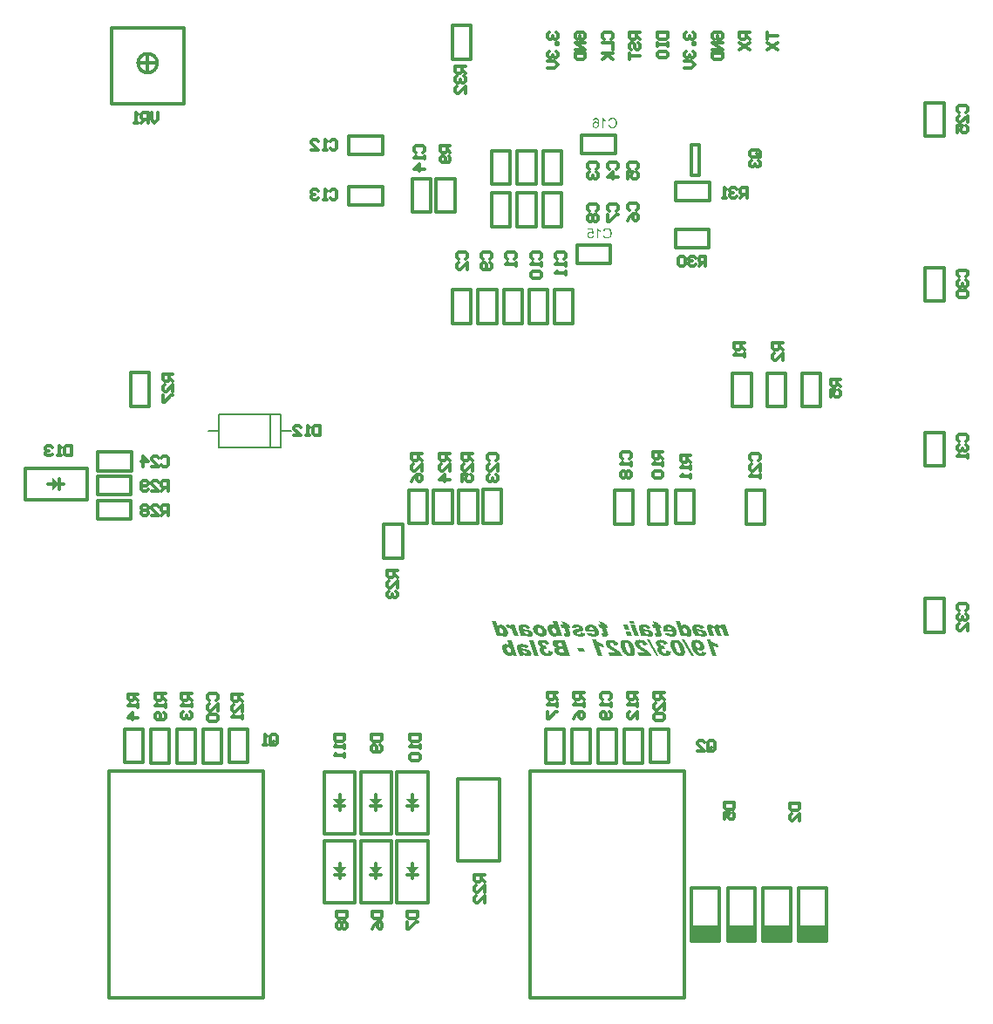
<source format=gbo>
G04 Layer_Color=32896*
%FSTAX24Y24*%
%MOIN*%
G70*
G01*
G75*
%ADD53C,0.0118*%
%ADD54C,0.0079*%
%ADD57R,0.1063X0.0630*%
G36*
X044314Y020458D02*
X044341Y020456D01*
X044365Y020453D01*
X044384Y020448D01*
X044401Y020444D01*
X044407Y020443D01*
X044413Y020441D01*
X044417Y020439D01*
X04442Y020438D01*
X044421Y020437D01*
X044423D01*
X044442Y020429D01*
X044461Y020419D01*
X044476Y020409D01*
X04449Y020399D01*
X044502Y02039D01*
X04451Y020384D01*
X044515Y020379D01*
X044518Y020377D01*
X044532Y020361D01*
X044546Y020343D01*
X044558Y020326D01*
X044569Y020308D01*
X044578Y020292D01*
X044585Y02028D01*
X044588Y020274D01*
X04459Y020271D01*
X044591Y020269D01*
Y020268D01*
X044428Y020255D01*
X044419Y020272D01*
X044409Y020286D01*
X044401Y020298D01*
X044393Y020308D01*
X044387Y020316D01*
X044381Y020321D01*
X044378Y020324D01*
X044377Y020325D01*
X044366Y020331D01*
X044356Y020337D01*
X044346Y02034D01*
X044337Y020343D01*
X044329Y020344D01*
X044323Y020345D01*
X044318D01*
X044307Y020344D01*
X044298Y020342D01*
X04429Y020339D01*
X044284Y020336D01*
X044279Y020332D01*
X044276Y020329D01*
X044275Y020327D01*
X044274Y020326D01*
X04427Y020318D01*
X044267Y020311D01*
X044266Y020303D01*
Y020295D01*
Y020289D01*
X044267Y020283D01*
X044268Y02028D01*
Y020279D01*
X044273Y020269D01*
X044278Y02026D01*
X044285Y02025D01*
X044291Y020243D01*
X044298Y020235D01*
X044302Y02023D01*
X044307Y020226D01*
X044308Y020225D01*
X044314Y02022D01*
X044321Y020213D01*
X044339Y0202D01*
X044359Y020187D01*
X04438Y020173D01*
X044399Y020161D01*
X044407Y020155D01*
X044414Y020151D01*
X04442Y020148D01*
X044425Y020144D01*
X044428Y020143D01*
X044429Y020142D01*
X044456Y020126D01*
X044482Y02011D01*
X044505Y020095D01*
X044526Y020081D01*
X044546Y020067D01*
X044564Y020055D01*
X044579Y020043D01*
X044593Y020032D01*
X044606Y020022D01*
X044616Y020013D01*
X044626Y020006D01*
X044632Y02D01*
X044638Y019995D01*
X044642Y019991D01*
X044644Y019989D01*
X044646Y019988D01*
X044668Y019964D01*
X044688Y019939D01*
X044706Y019916D01*
X044719Y019895D01*
X04473Y019877D01*
X044734Y019869D01*
X044737Y019862D01*
X044741Y019858D01*
X044743Y019854D01*
X044744Y019851D01*
Y01985D01*
X044243D01*
X044197Y019986D01*
X044459D01*
X044448Y019994D01*
X044438Y02D01*
X044428Y020007D01*
X04442Y020012D01*
X044415Y020015D01*
X044411Y020019D01*
X044407Y02002D01*
X044406Y020021D01*
X044396Y020027D01*
X044383Y020035D01*
X04437Y020043D01*
X044356Y02005D01*
X044343Y020058D01*
X044332Y020065D01*
X044327Y020067D01*
X044324Y020069D01*
X044323Y02007D01*
X044322D01*
X044303Y020081D01*
X044285Y020092D01*
X044268Y020103D01*
X044253Y020113D01*
X04424Y020123D01*
X044227Y020131D01*
X044216Y02014D01*
X044205Y020148D01*
X044196Y020154D01*
X044189Y020161D01*
X044182Y020166D01*
X044177Y020171D01*
X044173Y020175D01*
X04417Y020177D01*
X044168Y020179D01*
X04415Y020198D01*
X044136Y020217D01*
X044125Y020235D01*
X044115Y02025D01*
X044109Y020265D01*
X044103Y020276D01*
X044102Y020279D01*
X044101Y020282D01*
X0441Y020283D01*
Y020284D01*
X044095Y020303D01*
X044092Y02032D01*
X044091Y020337D01*
Y02035D01*
X044094Y020362D01*
X044095Y02037D01*
X044096Y020375D01*
X044097Y020377D01*
X044103Y020391D01*
X044112Y020405D01*
X044121Y020414D01*
X044131Y020423D01*
X044139Y02043D01*
X044147Y020435D01*
X044152Y020437D01*
X044154Y020438D01*
X044162Y020442D01*
X044171Y020445D01*
X044192Y02045D01*
X044213Y020454D01*
X044235Y020457D01*
X044253Y020458D01*
X044262D01*
X04427Y020459D01*
X044284D01*
X044314Y020458D01*
D02*
G37*
G36*
X045431D02*
X045458Y020456D01*
X045482Y020453D01*
X045501Y020448D01*
X045518Y020444D01*
X045524Y020443D01*
X04553Y020441D01*
X045534Y020439D01*
X045537Y020438D01*
X045539Y020437D01*
X04554D01*
X045559Y020429D01*
X045578Y020419D01*
X045593Y020409D01*
X045607Y020399D01*
X045619Y02039D01*
X045627Y020384D01*
X045633Y020379D01*
X045635Y020377D01*
X045649Y020361D01*
X045663Y020343D01*
X045675Y020326D01*
X045686Y020308D01*
X045695Y020292D01*
X045702Y02028D01*
X045705Y020274D01*
X045707Y020271D01*
X045708Y020269D01*
Y020268D01*
X045545Y020255D01*
X045536Y020272D01*
X045526Y020286D01*
X045518Y020298D01*
X04551Y020308D01*
X045504Y020316D01*
X045498Y020321D01*
X045495Y020324D01*
X045494Y020325D01*
X045483Y020331D01*
X045473Y020337D01*
X045463Y02034D01*
X045454Y020343D01*
X045446Y020344D01*
X04544Y020345D01*
X045435D01*
X045424Y020344D01*
X045415Y020342D01*
X045407Y020339D01*
X045401Y020336D01*
X045396Y020332D01*
X045393Y020329D01*
X045392Y020327D01*
X045391Y020326D01*
X045387Y020318D01*
X045384Y020311D01*
X045383Y020303D01*
Y020295D01*
Y020289D01*
X045384Y020283D01*
X045385Y02028D01*
Y020279D01*
X04539Y020269D01*
X045395Y02026D01*
X045402Y02025D01*
X045408Y020243D01*
X045415Y020235D01*
X045419Y02023D01*
X045424Y020226D01*
X045425Y020225D01*
X045431Y02022D01*
X045438Y020213D01*
X045457Y0202D01*
X045476Y020187D01*
X045497Y020173D01*
X045516Y020161D01*
X045524Y020155D01*
X045531Y020151D01*
X045537Y020148D01*
X045542Y020144D01*
X045545Y020143D01*
X045546Y020142D01*
X045574Y020126D01*
X045599Y02011D01*
X045622Y020095D01*
X045643Y020081D01*
X045663Y020067D01*
X045681Y020055D01*
X045696Y020043D01*
X04571Y020032D01*
X045723Y020022D01*
X045733Y020013D01*
X045743Y020006D01*
X045749Y02D01*
X045755Y019995D01*
X045759Y019991D01*
X045761Y019989D01*
X045763Y019988D01*
X045786Y019964D01*
X045805Y019939D01*
X045823Y019916D01*
X045836Y019895D01*
X045847Y019877D01*
X045851Y019869D01*
X045854Y019862D01*
X045858Y019858D01*
X04586Y019854D01*
X045861Y019851D01*
Y01985D01*
X04536D01*
X045314Y019986D01*
X045576D01*
X045565Y019994D01*
X045555Y02D01*
X045545Y020007D01*
X045537Y020012D01*
X045532Y020015D01*
X045528Y020019D01*
X045524Y02002D01*
X045523Y020021D01*
X045513Y020027D01*
X0455Y020035D01*
X045487Y020043D01*
X045473Y02005D01*
X04546Y020058D01*
X045449Y020065D01*
X045445Y020067D01*
X045441Y020069D01*
X04544Y02007D01*
X045439D01*
X04542Y020081D01*
X045402Y020092D01*
X045385Y020103D01*
X04537Y020113D01*
X045357Y020123D01*
X045344Y020131D01*
X045333Y02014D01*
X045322Y020148D01*
X045313Y020154D01*
X045306Y020161D01*
X045299Y020166D01*
X045294Y020171D01*
X04529Y020175D01*
X045287Y020177D01*
X045285Y020179D01*
X045267Y020198D01*
X045253Y020217D01*
X045242Y020235D01*
X045232Y02025D01*
X045226Y020265D01*
X04522Y020276D01*
X045219Y020279D01*
X045218Y020282D01*
X045217Y020283D01*
Y020284D01*
X045212Y020303D01*
X04521Y02032D01*
X045208Y020337D01*
Y02035D01*
X045211Y020362D01*
X045212Y02037D01*
X045213Y020375D01*
X045214Y020377D01*
X04522Y020391D01*
X045229Y020405D01*
X045238Y020414D01*
X045248Y020423D01*
X045257Y02043D01*
X045264Y020435D01*
X045269Y020437D01*
X045271Y020438D01*
X045279Y020442D01*
X045288Y020445D01*
X045309Y02045D01*
X04533Y020454D01*
X045352Y020457D01*
X04537Y020458D01*
X045379D01*
X045387Y020459D01*
X045401D01*
X045431Y020458D01*
D02*
G37*
G36*
X04172Y020457D02*
X041752Y020453D01*
X041768Y020449D01*
X041782Y020446D01*
X041795Y020443D01*
X041807Y020439D01*
X041818Y020435D01*
X041828Y020432D01*
X041835Y020429D01*
X041842Y020425D01*
X041847Y020422D01*
X041852Y020421D01*
X041854Y020419D01*
X041855D01*
X04188Y020402D01*
X041902Y020384D01*
X041922Y020364D01*
X041938Y020345D01*
X041951Y020329D01*
X041957Y020321D01*
X041961Y020315D01*
X041966Y020311D01*
X041968Y020306D01*
X041969Y020304D01*
X04197Y020303D01*
X041821Y020276D01*
X041812Y020291D01*
X041805Y020304D01*
X041797Y020314D01*
X04179Y020323D01*
X041784Y020329D01*
X04178Y020333D01*
X041776Y020336D01*
X041775Y020337D01*
X041767Y020343D01*
X041757Y020348D01*
X041748Y020351D01*
X041739Y020353D01*
X041733Y020354D01*
X041727Y020355D01*
X041722D01*
X041712Y020354D01*
X041703Y020353D01*
X041697Y02035D01*
X041691Y020348D01*
X041687Y020344D01*
X041685Y020341D01*
X041682Y02034D01*
Y020339D01*
X041679Y020332D01*
X041677Y020325D01*
Y020318D01*
Y020311D01*
X041678Y020305D01*
X041679Y0203D01*
X04168Y020296D01*
Y020295D01*
X041685Y020285D01*
X04169Y020276D01*
X041697Y020267D01*
X041703Y02026D01*
X04171Y020254D01*
X041715Y020249D01*
X041718Y020247D01*
X04172Y020246D01*
X041731Y020239D01*
X041741Y020235D01*
X041751Y020231D01*
X041761Y020229D01*
X041769Y020227D01*
X041775Y020226D01*
X041787D01*
X041794Y020227D01*
X041802D01*
X041851Y020109D01*
X041838Y020113D01*
X041826Y020115D01*
X041816Y020117D01*
X041807Y020118D01*
X041802Y020119D01*
X041793D01*
X04178Y020118D01*
X041769Y020116D01*
X04176Y020112D01*
X041753Y020108D01*
X041749Y020104D01*
X041745Y0201D01*
X041744Y020097D01*
X041743Y020096D01*
X041738Y020086D01*
X041736Y020077D01*
Y020066D01*
X041737Y020056D01*
X041739Y020046D01*
X04174Y020038D01*
X041741Y020034D01*
X041743Y020032D01*
X041748Y020018D01*
X041756Y020004D01*
X041763Y019992D01*
X04177Y019984D01*
X041776Y019976D01*
X041782Y019971D01*
X041786Y019967D01*
X041787Y019966D01*
X041799Y019959D01*
X04181Y019952D01*
X041821Y019948D01*
X041831Y019945D01*
X04184Y019943D01*
X041846Y019942D01*
X041852D01*
X041863Y019943D01*
X041873Y019945D01*
X04188Y019948D01*
X041887Y019952D01*
X041891Y019955D01*
X041894Y019957D01*
X041897Y01996D01*
X041898Y019961D01*
X041902Y019969D01*
X041904Y01998D01*
X041906Y019991D01*
Y020003D01*
X041905Y020014D01*
Y020023D01*
X041904Y020029D01*
Y020031D01*
X042078Y020008D01*
Y019988D01*
X042077Y019969D01*
X042075Y019954D01*
X042073Y01994D01*
X042069Y019929D01*
X042066Y019921D01*
X042065Y019917D01*
X042064Y019915D01*
X042056Y019902D01*
X042046Y019891D01*
X042037Y019881D01*
X042028Y019873D01*
X042019Y019867D01*
X042011Y019862D01*
X042007Y01986D01*
X042005Y019859D01*
X041987Y019853D01*
X041968Y019848D01*
X041948Y019845D01*
X041928Y019843D01*
X04191Y019842D01*
X041902D01*
X041896Y019841D01*
X041882D01*
X041852Y019842D01*
X041825Y019845D01*
X041799Y019848D01*
X041779Y019854D01*
X041761Y019858D01*
X041755Y01986D01*
X041749Y019861D01*
X041745Y019863D01*
X04174Y019865D01*
X041739Y019866D01*
X041738D01*
X041716Y019877D01*
X041697Y019889D01*
X041679Y019901D01*
X041664Y019913D01*
X041652Y019924D01*
X041642Y019932D01*
X041637Y019938D01*
X041634Y01994D01*
X041619Y019959D01*
X041606Y019976D01*
X041595Y019992D01*
X041586Y020009D01*
X04158Y020022D01*
X041575Y020032D01*
X041573Y020038D01*
X041572Y020039D01*
Y020041D01*
X041568Y020056D01*
X041564Y020069D01*
X041563Y020081D01*
Y020092D01*
Y0201D01*
Y020106D01*
X041564Y02011D01*
Y020112D01*
X041568Y020123D01*
X041572Y020132D01*
X041576Y020141D01*
X041582Y020148D01*
X041586Y020153D01*
X041591Y020157D01*
X041593Y02016D01*
X041594Y020161D01*
X0416Y020165D01*
X041608Y020168D01*
X041623Y020175D01*
X04163Y020177D01*
X041635Y020179D01*
X04164Y02018D01*
X041641D01*
X041622Y020189D01*
X041606Y020199D01*
X041592Y020209D01*
X04158Y020217D01*
X041571Y020224D01*
X041563Y02023D01*
X041559Y020234D01*
X041558Y020235D01*
X041547Y020247D01*
X041537Y020259D01*
X041529Y020271D01*
X041524Y020282D01*
X041518Y020291D01*
X041515Y020298D01*
X041514Y020303D01*
X041513Y020305D01*
X04151Y020317D01*
X041508Y020329D01*
X041505Y02034D01*
Y020351D01*
X041508Y02037D01*
X041512Y020385D01*
X041517Y020398D01*
X041523Y020408D01*
X041527Y020413D01*
X041528Y020415D01*
X041536Y020423D01*
X041546Y02043D01*
X041557Y020436D01*
X041568Y020441D01*
X041594Y020448D01*
X041619Y020454D01*
X041643Y020457D01*
X041654Y020458D01*
X041664D01*
X041671Y020459D01*
X041682D01*
X04172Y020457D01*
D02*
G37*
G36*
X040714Y01985D02*
X040559D01*
X040537Y019914D01*
X040529Y0199D01*
X040523Y019889D01*
X040515Y019879D01*
X04051Y019871D01*
X040504Y019866D01*
X0405Y019862D01*
X040497Y01986D01*
X040495Y019859D01*
X040483Y019853D01*
X040471Y019848D01*
X040459Y019845D01*
X040447Y019843D01*
X040437Y019842D01*
X04043Y019841D01*
X040422D01*
X040403Y019842D01*
X040385Y019845D01*
X040368Y019849D01*
X040352Y019854D01*
X040339Y019858D01*
X040329Y019862D01*
X040323Y019866D01*
X040321Y019867D01*
X040302Y019878D01*
X040284Y019891D01*
X040268Y019904D01*
X040255Y019917D01*
X040243Y019929D01*
X040235Y019939D01*
X04023Y019945D01*
X040228Y019947D01*
Y019948D01*
X040212Y019968D01*
X040199Y01999D01*
X040188Y020011D01*
X040178Y020031D01*
X040171Y020048D01*
X040168Y020055D01*
X040165Y020061D01*
X040163Y020067D01*
X040162Y02007D01*
X040161Y020072D01*
Y020073D01*
X040154Y020093D01*
X04015Y02011D01*
X040147Y020128D01*
X040146Y020143D01*
X040145Y020159D01*
Y020172D01*
Y020184D01*
X040146Y020195D01*
X040148Y020204D01*
X040149Y020212D01*
X040151Y02022D01*
X040153Y020225D01*
X040154Y020231D01*
X040157Y020234D01*
X040158Y020235D01*
Y020236D01*
X040164Y020246D01*
X040172Y020256D01*
X04018Y020264D01*
X040188Y02027D01*
X040207Y02028D01*
X040225Y020286D01*
X040242Y020291D01*
X04025Y020292D01*
X040256Y020293D01*
X040262Y020294D01*
X040283D01*
X040297Y020292D01*
X04031Y02029D01*
X040321Y020288D01*
X04033Y020285D01*
X040337Y020283D01*
X040341Y020282D01*
X040343Y020281D01*
X040357Y020276D01*
X04037Y020269D01*
X040382Y020262D01*
X040392Y020257D01*
X0404Y02025D01*
X040408Y020246D01*
X040412Y020243D01*
X040413Y020242D01*
X040342Y020449D01*
X040511D01*
X040714Y01985D01*
D02*
G37*
G36*
X04094Y020293D02*
X040956Y020292D01*
X040969Y020291D01*
X04098Y020289D01*
X040988Y020288D01*
X040994Y020286D01*
X040996D01*
X041011Y020284D01*
X041024Y020281D01*
X041036Y020278D01*
X041046Y020274D01*
X041054Y020271D01*
X041059Y020269D01*
X041064Y020268D01*
X041065Y020267D01*
X041079Y02026D01*
X041091Y020253D01*
X041102Y020246D01*
X041111Y020239D01*
X041118Y020234D01*
X041124Y02023D01*
X041127Y020226D01*
X041128Y020225D01*
X041137Y020215D01*
X041147Y020204D01*
X041154Y020194D01*
X041162Y020184D01*
X041168Y020174D01*
X041172Y020166D01*
X041175Y020162D01*
X041176Y02016D01*
X041022Y020143D01*
X041016Y020153D01*
X041008Y020161D01*
X041001Y020167D01*
X040996Y020173D01*
X040992Y020177D01*
X040987Y020179D01*
X040985Y020182D01*
X040984D01*
X040974Y020186D01*
X040963Y020189D01*
X040952Y020191D01*
X040941Y020194D01*
X040933D01*
X040925Y020195D01*
X040907D01*
X040899Y020192D01*
X040892Y02019D01*
X040887Y020188D01*
X040882Y020186D01*
X04088Y020184D01*
X040878Y020183D01*
Y020182D01*
X040876Y020176D01*
X040875Y02017D01*
Y020156D01*
X040877Y02015D01*
X040878Y020144D01*
X040879Y020141D01*
Y02014D01*
X040892Y020136D01*
X040904Y020131D01*
X040916Y020128D01*
X040926Y020125D01*
X040934Y020123D01*
X04094Y02012D01*
X040945Y020119D01*
X040946D01*
X040952Y020118D01*
X04096Y020116D01*
X040969Y020114D01*
X040979Y020112D01*
X040999Y020107D01*
X041022Y020103D01*
X041042Y0201D01*
X041052Y020097D01*
X041059Y020096D01*
X041066Y020095D01*
X041071Y020094D01*
X041075Y020093D01*
X041076D01*
X041105Y020086D01*
X04113Y020079D01*
X041151Y020071D01*
X041169Y020063D01*
X041182Y020057D01*
X041192Y020051D01*
X041197Y020047D01*
X041199Y020046D01*
X041214Y020034D01*
X041224Y02002D01*
X041234Y020007D01*
X041242Y019994D01*
X041248Y019983D01*
X041253Y019974D01*
X041255Y019967D01*
X041256Y019966D01*
Y019965D01*
X041261Y019945D01*
X041262Y019929D01*
X041261Y019914D01*
X041257Y019901D01*
X041254Y01989D01*
X041251Y019882D01*
X041247Y019878D01*
X041246Y019875D01*
X041241Y019869D01*
X041233Y019863D01*
X041218Y019856D01*
X0412Y019849D01*
X041183Y019845D01*
X041167Y019843D01*
X041152Y019842D01*
X041148Y019841D01*
X04114D01*
X041118Y019842D01*
X041099Y019844D01*
X04108Y019846D01*
X041064Y019849D01*
X04105Y019853D01*
X04104Y019856D01*
X041033Y019857D01*
X041031Y019858D01*
X041017Y019863D01*
X041003Y019871D01*
X040989Y019878D01*
X040976Y019885D01*
X040965Y019892D01*
X040958Y019897D01*
X040952Y019902D01*
X04095Y019903D01*
X040952Y019891D01*
X040953Y019882D01*
X040954Y019878D01*
Y019875D01*
X040953Y019868D01*
X040952Y01986D01*
X040951Y019854D01*
X04095Y019851D01*
Y01985D01*
X040794D01*
X040796Y019868D01*
Y019875D01*
Y019882D01*
Y019888D01*
Y019891D01*
Y019893D01*
Y019894D01*
X040795Y019902D01*
X040793Y019909D01*
X040789Y019925D01*
X040787Y019931D01*
X040785Y019937D01*
X040784Y019941D01*
Y019942D01*
X040718Y020133D01*
X040713Y020156D01*
X040711Y020167D01*
Y020177D01*
X04071Y020186D01*
Y020192D01*
Y020197D01*
Y020198D01*
X040711Y02021D01*
X040712Y020221D01*
X040714Y02023D01*
X040717Y020237D01*
X040721Y020243D01*
X040723Y020247D01*
X040724Y020249D01*
X040725Y02025D01*
X040734Y020259D01*
X040744Y020267D01*
X040754Y020273D01*
X040764Y020278D01*
X040774Y020281D01*
X040782Y020283D01*
X040786Y020285D01*
X040788D01*
X040806Y020289D01*
X040824Y020291D01*
X040844Y020292D01*
X040864Y020293D01*
X04088Y020294D01*
X040924D01*
X04094Y020293D01*
D02*
G37*
G36*
X043744Y020438D02*
X043762Y02042D01*
X04378Y020403D01*
X043796Y02039D01*
X04381Y020378D01*
X043823Y02037D01*
X043827Y020367D01*
X04383Y020365D01*
X043831Y020363D01*
X043832D01*
X043856Y020349D01*
X043882Y020337D01*
X043908Y020326D01*
X043932Y020316D01*
X043954Y020308D01*
X043962Y020305D01*
X043971Y020302D01*
X043978Y020301D01*
X043982Y020298D01*
X043985Y020297D01*
X043986D01*
X044033Y020162D01*
X044011Y020168D01*
X04399Y020174D01*
X043971Y02018D01*
X043956Y020186D01*
X043943Y02019D01*
X043933Y020194D01*
X043927Y020196D01*
X043925Y020197D01*
X043908Y020204D01*
X043891Y020213D01*
X043875Y020222D01*
X043861Y02023D01*
X043848Y020237D01*
X043838Y020243D01*
X043831Y020247D01*
X04383Y020248D01*
X043829D01*
X043964Y01985D01*
X043795D01*
X043589Y020459D01*
X043726D01*
X043744Y020438D01*
D02*
G37*
G36*
X048119D02*
X048138Y02042D01*
X048155Y020403D01*
X048172Y02039D01*
X048186Y020378D01*
X048198Y02037D01*
X048202Y020367D01*
X048205Y020365D01*
X048207Y020363D01*
X048208D01*
X048232Y020349D01*
X048257Y020337D01*
X048283Y020326D01*
X048307Y020316D01*
X048329Y020308D01*
X048338Y020305D01*
X048346Y020302D01*
X048353Y020301D01*
X048357Y020298D01*
X048361Y020297D01*
X048362D01*
X048409Y020162D01*
X048386Y020168D01*
X048365Y020174D01*
X048346Y02018D01*
X048331Y020186D01*
X048318Y02019D01*
X048308Y020194D01*
X048303Y020196D01*
X048301Y020197D01*
X048283Y020204D01*
X048267Y020213D01*
X04825Y020222D01*
X048236Y02023D01*
X048223Y020237D01*
X048213Y020243D01*
X048207Y020247D01*
X048205Y020248D01*
X048204D01*
X048339Y01985D01*
X04817D01*
X047964Y020459D01*
X048102D01*
X048119Y020438D01*
D02*
G37*
G36*
X047Y020983D02*
X047006Y020992D01*
X047013Y021001D01*
X04702Y021007D01*
X047027Y021013D01*
X047033Y021017D01*
X047038Y02102D01*
X047041Y021021D01*
X047042Y021022D01*
X047053Y021027D01*
X047064Y02103D01*
X047075Y021032D01*
X047085Y021034D01*
X047095D01*
X047102Y021035D01*
X047108D01*
X047123Y021034D01*
X047138Y021033D01*
X047165Y021027D01*
X047191Y021017D01*
X047213Y021007D01*
X047223Y021002D01*
X047233Y020996D01*
X04724Y020991D01*
X047247Y020986D01*
X047251Y020983D01*
X047256Y02098D01*
X047258Y020979D01*
X047259Y020978D01*
X047272Y020967D01*
X047284Y020955D01*
X047306Y020928D01*
X047324Y0209D01*
X04734Y020874D01*
X047346Y020862D01*
X047352Y02085D01*
X047356Y02084D01*
X047361Y02083D01*
X047363Y020823D01*
X047365Y020817D01*
X047367Y020814D01*
Y020813D01*
X047373Y020795D01*
X047377Y020778D01*
X04738Y020762D01*
X047382Y020746D01*
X047385Y020719D01*
Y020705D01*
X047384Y020694D01*
X047382Y020685D01*
X047381Y020675D01*
X04738Y020667D01*
X047379Y020661D01*
X047378Y020655D01*
X047377Y020652D01*
X047376Y02065D01*
Y020649D01*
X04737Y020637D01*
X047364Y020627D01*
X047356Y020618D01*
X047349Y02061D01*
X047339Y020604D01*
X04733Y020598D01*
X04731Y020591D01*
X047293Y020585D01*
X047284Y020584D01*
X047277Y020583D01*
X047272Y020582D01*
X047263D01*
X047247Y020583D01*
X047232Y020585D01*
X047216Y020587D01*
X047203Y020592D01*
X047192Y020595D01*
X047185Y020597D01*
X047179Y020599D01*
X047177Y0206D01*
X047165Y020607D01*
X047151Y020615D01*
X047138Y020625D01*
X047126Y020633D01*
X047115Y020642D01*
X047106Y020649D01*
X0471Y020653D01*
X047098Y020655D01*
X04712Y020592D01*
X046964D01*
X046761Y021191D01*
X046929D01*
X047Y020983D01*
D02*
G37*
G36*
X040369Y021034D02*
X040381Y021033D01*
X040392Y02103D01*
X040401Y021027D01*
X04041Y021023D01*
X040416Y021021D01*
X04042Y021019D01*
X040421Y021018D01*
X040432Y02101D01*
X040444Y021001D01*
X040455Y020991D01*
X040466Y02098D01*
X040475Y02097D01*
X040482Y020962D01*
X040487Y020957D01*
X040489Y020955D01*
X040465Y021026D01*
X040621D01*
X040768Y020592D01*
X0406D01*
X040551Y020737D01*
X040545Y020756D01*
X040538Y020773D01*
X040531Y020788D01*
X040525Y020803D01*
X040518Y020816D01*
X040512Y020828D01*
X040506Y020838D01*
X040501Y020847D01*
X040495Y020855D01*
X040491Y020862D01*
X040487Y020867D01*
X040483Y020872D01*
X040479Y020877D01*
X040477Y020879D01*
X040467Y020888D01*
X040456Y020894D01*
X040446Y0209D01*
X040437Y020903D01*
X04043Y020905D01*
X040423Y020907D01*
X040411D01*
X040404Y020904D01*
X040389Y0209D01*
X040384Y020898D01*
X04038Y020896D01*
X040376Y020894D01*
X040375Y020893D01*
X040283Y021013D01*
X040297Y02102D01*
X04031Y021026D01*
X040322Y02103D01*
X040333Y021032D01*
X040342Y021034D01*
X040349Y021035D01*
X040356D01*
X040369Y021034D01*
D02*
G37*
G36*
X045095Y020592D02*
X044917D01*
X04486Y020759D01*
X045038D01*
X045095Y020592D01*
D02*
G37*
G36*
X043005Y021034D02*
X043029Y021033D01*
X04305Y02103D01*
X043067Y021028D01*
X043081Y021025D01*
X043092Y021021D01*
X043099Y02102D01*
X0431Y021019D01*
X043101D01*
X043119Y021013D01*
X043135Y021006D01*
X043149Y020998D01*
X043161Y020991D01*
X043171Y020984D01*
X043179Y020979D01*
X043183Y020974D01*
X043185Y020973D01*
X043197Y020961D01*
X043208Y020949D01*
X043217Y020936D01*
X043224Y020925D01*
X043229Y020914D01*
X043232Y020907D01*
X043234Y020901D01*
X043236Y020899D01*
X043239Y020885D01*
X043241Y020872D01*
X043242Y020861D01*
X043241Y02085D01*
X04324Y020842D01*
X043238Y020835D01*
X043237Y020831D01*
Y02083D01*
X043231Y020819D01*
X043225Y02081D01*
X043217Y020803D01*
X04321Y020797D01*
X043204Y020792D01*
X043198Y020788D01*
X043195Y020787D01*
X043194Y020786D01*
X043187Y020784D01*
X043181Y020781D01*
X043165Y020776D01*
X043146Y020772D01*
X043127Y020768D01*
X043111Y020763D01*
X043103Y020762D01*
X043097Y02076D01*
X043091Y020759D01*
X043087D01*
X043085Y020758D01*
X043084D01*
X043065Y020755D01*
X04305Y020751D01*
X043039Y020748D01*
X04303Y020746D01*
X043025Y020744D01*
X04302Y020741D01*
X043018Y02074D01*
X043014Y020736D01*
X04301Y020732D01*
X043008Y020727D01*
Y020723D01*
Y020716D01*
X043009Y020714D01*
Y020713D01*
X043012Y020708D01*
X043015Y020702D01*
X043022Y020693D01*
X043029Y020689D01*
X043031Y020687D01*
X043032D01*
X043041Y020682D01*
X043051Y020679D01*
X043069Y020675D01*
X043077Y020674D01*
X043084Y020673D01*
X043089D01*
X0431Y020674D01*
X043109Y020675D01*
X043116Y020677D01*
X043123Y020679D01*
X043127Y020681D01*
X043131Y020682D01*
X043133Y020685D01*
X043134D01*
X043138Y02069D01*
X043142Y020697D01*
X043145Y020712D01*
X043146Y020719D01*
X043147Y020723D01*
Y020727D01*
Y020728D01*
X043318Y020713D01*
Y020691D01*
X043315Y020672D01*
X04331Y020654D01*
X043304Y020641D01*
X043298Y02063D01*
X043291Y020622D01*
X043287Y020617D01*
X043286Y020616D01*
X043277Y02061D01*
X043267Y020605D01*
X043256Y0206D01*
X043244Y020596D01*
X043218Y020591D01*
X043192Y020586D01*
X043167Y020584D01*
X043156Y020583D01*
X043147D01*
X043138Y020582D01*
X043127D01*
X043097Y020583D01*
X043069Y020585D01*
X043046Y020588D01*
X043026Y020593D01*
X043009Y020596D01*
X043003Y020598D01*
X042997Y020599D01*
X042993Y0206D01*
X04299Y020602D01*
X042989Y020603D01*
X042987D01*
X042968Y020611D01*
X042949Y02062D01*
X042934Y02063D01*
X042921Y020639D01*
X042911Y020646D01*
X042903Y020653D01*
X042898Y020657D01*
X042897Y020658D01*
X042885Y020672D01*
X042875Y020685D01*
X042866Y020698D01*
X04286Y020709D01*
X042855Y020719D01*
X042852Y020725D01*
X042851Y020731D01*
X04285Y020732D01*
X042845Y020745D01*
X042844Y020758D01*
X042843Y02077D01*
Y02078D01*
X042844Y020787D01*
X042846Y020794D01*
X042848Y020798D01*
Y020799D01*
X042853Y02081D01*
X04286Y02082D01*
X042867Y020829D01*
X042875Y020835D01*
X042881Y020841D01*
X042888Y020844D01*
X042892Y020846D01*
X042893Y020847D01*
X042909Y020854D01*
X042926Y02086D01*
X042945Y020864D01*
X042963Y020867D01*
X042981Y02087D01*
X042989Y020872D01*
X042995Y020873D01*
X043001D01*
X043005Y020874D01*
X043008D01*
X043026Y020876D01*
X043041Y020879D01*
X043052Y020881D01*
X043061Y020884D01*
X043067Y020886D01*
X043071Y020888D01*
X043073Y020889D01*
X043074D01*
X043078Y020892D01*
X04308Y020896D01*
X043081Y0209D01*
X043083Y020904D01*
Y020911D01*
X043081Y020912D01*
Y020913D01*
X043079Y020919D01*
X043076Y020923D01*
X043069Y020931D01*
X043063Y020935D01*
X043062Y020937D01*
X043061D01*
X043054Y02094D01*
X043046Y020944D01*
X043032Y020947D01*
X043026Y020948D01*
X043006D01*
X042997Y020946D01*
X042991Y020944D01*
X042984Y020941D01*
X04298Y020939D01*
X042977Y020937D01*
X042974Y020936D01*
X042973Y020935D01*
X042969Y020931D01*
X042967Y020926D01*
X042963Y020916D01*
X042962Y020912D01*
Y020908D01*
Y020905D01*
Y020904D01*
X042801Y02092D01*
X042802Y020935D01*
X042804Y020948D01*
X042806Y020959D01*
X042809Y020969D01*
X042813Y020976D01*
X042816Y020982D01*
X042817Y020985D01*
X042818Y020986D01*
X042825Y020995D01*
X042832Y021003D01*
X042841Y021009D01*
X042849Y021015D01*
X042856Y021018D01*
X042862Y021021D01*
X042866Y021023D01*
X042867D01*
X042881Y021028D01*
X042899Y02103D01*
X042916Y021032D01*
X042935Y021034D01*
X042952D01*
X042959Y021035D01*
X042979D01*
X043005Y021034D01*
D02*
G37*
G36*
X046233Y020457D02*
X046265Y020453D01*
X046281Y020449D01*
X046295Y020446D01*
X046308Y020443D01*
X04632Y020439D01*
X046331Y020435D01*
X046341Y020432D01*
X046348Y020429D01*
X046355Y020425D01*
X04636Y020422D01*
X046365Y020421D01*
X046367Y020419D01*
X046368D01*
X046393Y020402D01*
X046415Y020384D01*
X046435Y020364D01*
X046451Y020345D01*
X046464Y020329D01*
X04647Y020321D01*
X046474Y020315D01*
X046479Y020311D01*
X046481Y020306D01*
X046482Y020304D01*
X046483Y020303D01*
X046334Y020276D01*
X046325Y020291D01*
X046318Y020304D01*
X04631Y020314D01*
X046303Y020323D01*
X046297Y020329D01*
X046293Y020333D01*
X046289Y020336D01*
X046288Y020337D01*
X04628Y020343D01*
X04627Y020348D01*
X046261Y020351D01*
X046252Y020353D01*
X046246Y020354D01*
X04624Y020355D01*
X046235D01*
X046225Y020354D01*
X046216Y020353D01*
X04621Y02035D01*
X046204Y020348D01*
X0462Y020344D01*
X046198Y020341D01*
X046195Y02034D01*
Y020339D01*
X046192Y020332D01*
X04619Y020325D01*
Y020318D01*
Y020311D01*
X046191Y020305D01*
X046192Y0203D01*
X046193Y020296D01*
Y020295D01*
X046198Y020285D01*
X046203Y020276D01*
X04621Y020267D01*
X046216Y02026D01*
X046223Y020254D01*
X046228Y020249D01*
X046231Y020247D01*
X046233Y020246D01*
X046244Y020239D01*
X046254Y020235D01*
X046264Y020231D01*
X046274Y020229D01*
X046282Y020227D01*
X046288Y020226D01*
X0463D01*
X046307Y020227D01*
X046315D01*
X046364Y020109D01*
X046351Y020113D01*
X046339Y020115D01*
X046329Y020117D01*
X04632Y020118D01*
X046315Y020119D01*
X046306D01*
X046293Y020118D01*
X046282Y020116D01*
X046273Y020112D01*
X046266Y020108D01*
X046262Y020104D01*
X046258Y0201D01*
X046257Y020097D01*
X046256Y020096D01*
X046251Y020086D01*
X046249Y020077D01*
Y020066D01*
X04625Y020056D01*
X046252Y020046D01*
X046253Y020038D01*
X046254Y020034D01*
X046256Y020032D01*
X046261Y020018D01*
X046269Y020004D01*
X046276Y019992D01*
X046283Y019984D01*
X046289Y019976D01*
X046295Y019971D01*
X046299Y019967D01*
X0463Y019966D01*
X046312Y019959D01*
X046323Y019952D01*
X046334Y019948D01*
X046344Y019945D01*
X046353Y019943D01*
X046359Y019942D01*
X046365D01*
X046376Y019943D01*
X046386Y019945D01*
X046393Y019948D01*
X0464Y019952D01*
X046404Y019955D01*
X046407Y019957D01*
X04641Y01996D01*
X046411Y019961D01*
X046415Y019969D01*
X046417Y01998D01*
X046419Y019991D01*
Y020003D01*
X046418Y020014D01*
Y020023D01*
X046417Y020029D01*
Y020031D01*
X046591Y020008D01*
Y019988D01*
X04659Y019969D01*
X046588Y019954D01*
X046586Y01994D01*
X046582Y019929D01*
X046579Y019921D01*
X046578Y019917D01*
X046577Y019915D01*
X046569Y019902D01*
X046559Y019891D01*
X04655Y019881D01*
X046541Y019873D01*
X046532Y019867D01*
X046524Y019862D01*
X04652Y01986D01*
X046518Y019859D01*
X0465Y019853D01*
X046481Y019848D01*
X046461Y019845D01*
X046441Y019843D01*
X046423Y019842D01*
X046415D01*
X046409Y019841D01*
X046395D01*
X046365Y019842D01*
X046338Y019845D01*
X046312Y019848D01*
X046292Y019854D01*
X046274Y019858D01*
X046268Y01986D01*
X046262Y019861D01*
X046258Y019863D01*
X046253Y019865D01*
X046252Y019866D01*
X046251D01*
X046229Y019877D01*
X04621Y019889D01*
X046192Y019901D01*
X046177Y019913D01*
X046165Y019924D01*
X046155Y019932D01*
X04615Y019938D01*
X046147Y01994D01*
X046132Y019959D01*
X046119Y019976D01*
X046108Y019992D01*
X046099Y020009D01*
X046093Y020022D01*
X046088Y020032D01*
X046086Y020038D01*
X046085Y020039D01*
Y020041D01*
X046081Y020056D01*
X046077Y020069D01*
X046076Y020081D01*
Y020092D01*
Y0201D01*
Y020106D01*
X046077Y02011D01*
Y020112D01*
X046081Y020123D01*
X046085Y020132D01*
X046089Y020141D01*
X046095Y020148D01*
X046099Y020153D01*
X046104Y020157D01*
X046106Y02016D01*
X046107Y020161D01*
X046113Y020165D01*
X046121Y020168D01*
X046136Y020175D01*
X046143Y020177D01*
X046148Y020179D01*
X046153Y02018D01*
X046154D01*
X046135Y020189D01*
X046119Y020199D01*
X046105Y020209D01*
X046093Y020217D01*
X046084Y020224D01*
X046076Y02023D01*
X046072Y020234D01*
X046071Y020235D01*
X04606Y020247D01*
X04605Y020259D01*
X046042Y020271D01*
X046037Y020282D01*
X046031Y020291D01*
X046028Y020298D01*
X046027Y020303D01*
X046026Y020305D01*
X046023Y020317D01*
X046021Y020329D01*
X046018Y02034D01*
Y020351D01*
X046021Y02037D01*
X046025Y020385D01*
X04603Y020398D01*
X046036Y020408D01*
X04604Y020413D01*
X046041Y020415D01*
X046049Y020423D01*
X046059Y02043D01*
X04607Y020436D01*
X046081Y020441D01*
X046107Y020448D01*
X046132Y020454D01*
X046156Y020457D01*
X046167Y020458D01*
X046177D01*
X046184Y020459D01*
X046195D01*
X046233Y020457D01*
D02*
G37*
G36*
X039977Y020983D02*
X039984Y020992D01*
X03999Y021001D01*
X039997Y021007D01*
X040005Y021013D01*
X04001Y021017D01*
X040016Y02102D01*
X040019Y021021D01*
X04002Y021022D01*
X040031Y021027D01*
X040042Y02103D01*
X040053Y021032D01*
X040063Y021034D01*
X040072D01*
X040079Y021035D01*
X040086D01*
X040101Y021034D01*
X040115Y021033D01*
X040142Y021027D01*
X040169Y021017D01*
X04019Y021007D01*
X0402Y021002D01*
X04021Y020996D01*
X040218Y020991D01*
X040224Y020986D01*
X040229Y020983D01*
X040233Y02098D01*
X040235Y020979D01*
X040236Y020978D01*
X04025Y020967D01*
X040262Y020955D01*
X040283Y020928D01*
X040302Y0209D01*
X040317Y020874D01*
X040324Y020862D01*
X040329Y02085D01*
X040334Y02084D01*
X040338Y02083D01*
X04034Y020823D01*
X040342Y020817D01*
X040345Y020814D01*
Y020813D01*
X04035Y020795D01*
X040354Y020778D01*
X040358Y020762D01*
X04036Y020746D01*
X040362Y020719D01*
Y020705D01*
X040361Y020694D01*
X04036Y020685D01*
X040359Y020675D01*
X040358Y020667D01*
X040357Y020661D01*
X040356Y020655D01*
X040354Y020652D01*
X040353Y02065D01*
Y020649D01*
X040348Y020637D01*
X040341Y020627D01*
X040334Y020618D01*
X040326Y02061D01*
X040316Y020604D01*
X040307Y020598D01*
X040288Y020591D01*
X04027Y020585D01*
X040262Y020584D01*
X040255Y020583D01*
X04025Y020582D01*
X040241D01*
X040224Y020583D01*
X040209Y020585D01*
X040194Y020587D01*
X040181Y020592D01*
X04017Y020595D01*
X040162Y020597D01*
X040157Y020599D01*
X040154Y0206D01*
X040142Y020607D01*
X040128Y020615D01*
X040115Y020625D01*
X040103Y020633D01*
X040092Y020642D01*
X040083Y020649D01*
X040078Y020653D01*
X040076Y020655D01*
X040098Y020592D01*
X039941D01*
X039738Y021191D01*
X039906D01*
X039977Y020983D01*
D02*
G37*
G36*
X041529Y021034D02*
X04155Y021032D01*
X04157Y02103D01*
X041588Y021026D01*
X041607Y02102D01*
X041623Y021015D01*
X04164Y021009D01*
X041654Y021004D01*
X041667Y020997D01*
X041678Y020992D01*
X041689Y020986D01*
X041698Y020981D01*
X041704Y020976D01*
X041709Y020974D01*
X041712Y020972D01*
X041713Y020971D01*
X041729Y020959D01*
X041744Y020946D01*
X041757Y020932D01*
X041769Y020919D01*
X041781Y020904D01*
X041791Y020891D01*
X041799Y020878D01*
X041807Y020865D01*
X041814Y020853D01*
X041819Y020842D01*
X041825Y020832D01*
X041828Y020823D01*
X041831Y020817D01*
X041833Y020811D01*
X041834Y020808D01*
Y020807D01*
X04184Y020787D01*
X041844Y020769D01*
X041846Y020751D01*
Y020735D01*
Y02072D01*
X041844Y020705D01*
X041841Y020692D01*
X041838Y02068D01*
X041834Y02067D01*
X04183Y020661D01*
X041826Y020653D01*
X041822Y020646D01*
X041819Y020641D01*
X041816Y020638D01*
X041815Y020635D01*
X041814Y020634D01*
X041804Y020626D01*
X041794Y020617D01*
X041771Y020604D01*
X041746Y020595D01*
X041721Y020588D01*
X041699Y020585D01*
X041689Y020583D01*
X04168D01*
X041673Y020582D01*
X041663D01*
X041641Y020583D01*
X04162Y020585D01*
X0416Y020587D01*
X041581Y020592D01*
X041563Y020596D01*
X041546Y020602D01*
X04153Y020608D01*
X041515Y020614D01*
X041503Y020619D01*
X041491Y020626D01*
X041481Y020631D01*
X041473Y020635D01*
X041466Y02064D01*
X041462Y020643D01*
X041458Y020644D01*
X041457Y020645D01*
X041441Y020657D01*
X041427Y02067D01*
X041414Y020685D01*
X0414Y020698D01*
X041389Y020712D01*
X04138Y020725D01*
X041371Y020739D01*
X041363Y020751D01*
X041356Y020763D01*
X04135Y020774D01*
X041346Y020784D01*
X041341Y020793D01*
X041338Y020799D01*
X041336Y020805D01*
X041335Y020808D01*
Y020809D01*
X041329Y020826D01*
X041326Y020841D01*
X041324Y020856D01*
X041322Y02087D01*
Y020896D01*
X041324Y020917D01*
X041326Y020927D01*
X041328Y020935D01*
X04133Y020943D01*
X041333Y020948D01*
X041334Y020952D01*
X041336Y020957D01*
X041337Y020958D01*
Y020959D01*
X041346Y020972D01*
X041357Y020984D01*
X041369Y020994D01*
X041382Y021004D01*
X041395Y02101D01*
X041409Y021017D01*
X041424Y021022D01*
X041439Y021026D01*
X041452Y021029D01*
X041465Y021031D01*
X041477Y021033D01*
X041488Y021034D01*
X041497Y021035D01*
X041509D01*
X041529Y021034D01*
D02*
G37*
G36*
X043641Y035983D02*
X043596Y035977D01*
X043592Y035983D01*
X043587Y035988D01*
X043583Y035993D01*
X043579Y035997D01*
X043574Y035999D01*
X043571Y036002D01*
X043569Y036003D01*
X043568Y036004D01*
X043561Y036007D01*
X043554Y03601D01*
X043547Y036012D01*
X04354Y036013D01*
X043535Y036014D01*
X04353Y036014D01*
X04352D01*
X043513Y036013D01*
X043501Y03601D01*
X043491Y036007D01*
X043483Y036003D01*
X043476Y035998D01*
X043471Y035994D01*
X043468Y035992D01*
X043467Y035991D01*
Y035991D01*
X043459Y035981D01*
X043454Y035971D01*
X04345Y035961D01*
X043447Y03595D01*
X043445Y035941D01*
X043445Y035937D01*
Y035934D01*
X043444Y035931D01*
Y035929D01*
Y035928D01*
Y035927D01*
Y035919D01*
X043445Y035912D01*
X043448Y035898D01*
X043452Y035887D01*
X043456Y035877D01*
X04346Y03587D01*
X043464Y035863D01*
X043466Y035862D01*
X043467Y03586D01*
X043468Y03586D01*
X043468Y035859D01*
X043473Y035855D01*
X043477Y035851D01*
X043487Y035844D01*
X043496Y03584D01*
X043506Y035837D01*
X043514Y035835D01*
X04352Y035834D01*
X043523Y035833D01*
X043526D01*
X043536Y035834D01*
X043546Y035836D01*
X043554Y035839D01*
X043561Y035842D01*
X043567Y035846D01*
X043571Y035848D01*
X043574Y035851D01*
X043575Y035851D01*
X043581Y035859D01*
X043587Y035867D01*
X043591Y035877D01*
X043595Y035885D01*
X043597Y035893D01*
X043599Y035899D01*
X043599Y035902D01*
X0436Y035904D01*
Y035905D01*
Y035906D01*
X043649Y035902D01*
X043648Y035893D01*
X043646Y035885D01*
X043641Y035869D01*
X043635Y035856D01*
X043632Y03585D01*
X043629Y035845D01*
X043626Y03584D01*
X043622Y035835D01*
X04362Y035832D01*
X043617Y035829D01*
X043615Y035827D01*
X043614Y035825D01*
X043612Y035824D01*
X043612Y035823D01*
X043605Y035818D01*
X043599Y035814D01*
X043591Y03581D01*
X043584Y035807D01*
X04357Y035802D01*
X043556Y035798D01*
X04355Y035797D01*
X043544Y035796D01*
X043539Y035796D01*
X043535Y035795D01*
X043531Y035795D01*
X043526D01*
X043514Y035795D01*
X043503Y035797D01*
X043493Y035799D01*
X043483Y035802D01*
X043474Y035806D01*
X043466Y03581D01*
X043458Y035813D01*
X043452Y035818D01*
X043445Y035822D01*
X04344Y035826D01*
X043435Y035831D01*
X043432Y035834D01*
X043429Y035837D01*
X043427Y035839D01*
X043425Y035841D01*
X043425Y035841D01*
X043419Y035848D01*
X043415Y035856D01*
X04341Y035863D01*
X043407Y035871D01*
X043402Y035886D01*
X043398Y035901D01*
X043397Y035907D01*
X043396Y035913D01*
X043395Y035918D01*
X043395Y035922D01*
X043394Y035926D01*
Y035929D01*
Y035931D01*
Y035931D01*
X043395Y035941D01*
X043396Y035951D01*
X043398Y03596D01*
X0434Y035968D01*
X043403Y035976D01*
X043405Y035984D01*
X043409Y035991D01*
X043412Y035997D01*
X043415Y036002D01*
X043418Y036007D01*
X043421Y036011D01*
X043424Y036015D01*
X043426Y036018D01*
X043428Y036019D01*
X043429Y03602D01*
X043429Y036021D01*
X043436Y036027D01*
X043443Y036033D01*
X04345Y036037D01*
X043457Y036041D01*
X043464Y036045D01*
X043471Y036048D01*
X043485Y036052D01*
X043491Y036053D01*
X043496Y036054D01*
X043501Y036055D01*
X043506Y036055D01*
X043509Y036056D01*
X043521D01*
X043528Y036055D01*
X043541Y036052D01*
X043554Y036048D01*
X043565Y036044D01*
X043574Y036039D01*
X043577Y036037D01*
X043581Y036035D01*
X043584Y036034D01*
X043585Y036033D01*
X043586Y036032D01*
X043587Y036032D01*
X043566Y036135D01*
X043413D01*
Y03618D01*
X043604D01*
X043641Y035983D01*
D02*
G37*
G36*
X043806Y036178D02*
X043812Y036169D01*
X043819Y03616D01*
X043826Y036152D01*
X043833Y036145D01*
X043838Y03614D01*
X04384Y036138D01*
X043842Y036136D01*
X043842Y036136D01*
X043843Y036135D01*
X043854Y036126D01*
X043866Y036117D01*
X043877Y036109D01*
X043888Y036103D01*
X043898Y036098D01*
X043902Y036095D01*
X043905Y036094D01*
X043908Y036092D01*
X04391Y036092D01*
X043911Y03609D01*
X043912D01*
Y036045D01*
X043903Y036048D01*
X043895Y036052D01*
X043887Y036056D01*
X043879Y03606D01*
X043872Y036063D01*
X043867Y036066D01*
X043863Y036068D01*
X043863Y036069D01*
X043862D01*
X043852Y036075D01*
X043843Y036081D01*
X043836Y036087D01*
X043829Y036092D01*
X043824Y036095D01*
X043821Y036099D01*
X043818Y036101D01*
X043817Y036102D01*
Y035801D01*
X04377D01*
Y036187D01*
X043801D01*
X043806Y036178D01*
D02*
G37*
G36*
X044858Y020458D02*
X044879Y020456D01*
X0449Y020453D01*
X044921Y020448D01*
X04494Y020443D01*
X044957Y020437D01*
X044972Y020431D01*
X044988Y020425D01*
X045001Y020419D01*
X045012Y020412D01*
X045022Y020407D01*
X04503Y020401D01*
X045037Y020397D01*
X045041Y020394D01*
X045044Y020391D01*
X045046Y02039D01*
X045061Y020376D01*
X045076Y020361D01*
X04509Y020343D01*
X045104Y020325D01*
X045129Y020285D01*
X045149Y020246D01*
X045158Y020227D01*
X045166Y02021D01*
X045172Y020194D01*
X045178Y020179D01*
X045183Y020168D01*
X045187Y02016D01*
X045188Y020154D01*
X045189Y020152D01*
X045196Y020127D01*
X045203Y020103D01*
X045208Y020081D01*
X045213Y020062D01*
X045216Y020046D01*
X045218Y020034D01*
Y02003D01*
X045219Y020026D01*
Y020025D01*
Y020024D01*
X045222Y020004D01*
Y019986D01*
Y019971D01*
X04522Y019959D01*
X045219Y019948D01*
X045217Y019941D01*
X045216Y019936D01*
Y019935D01*
X04521Y019918D01*
X045202Y019904D01*
X045193Y019892D01*
X045184Y019882D01*
X045177Y019874D01*
X04517Y019869D01*
X045165Y019866D01*
X045164Y019865D01*
X045147Y019857D01*
X04513Y01985D01*
X04511Y019846D01*
X045091Y019844D01*
X045075Y019842D01*
X045067D01*
X045061Y019841D01*
X045049D01*
X045024Y019842D01*
X045001Y019844D01*
X044979Y019847D01*
X044958Y019853D01*
X04494Y019858D01*
X044922Y019865D01*
X044906Y019871D01*
X04489Y019879D01*
X044877Y019885D01*
X044866Y019892D01*
X044856Y019898D01*
X044848Y019904D01*
X044842Y019909D01*
X044837Y019913D01*
X044835Y019915D01*
X044834Y019916D01*
X044818Y019931D01*
X044804Y019948D01*
X044791Y019966D01*
X044778Y019985D01*
X044755Y020024D01*
X044735Y020063D01*
X044726Y020082D01*
X044719Y020098D01*
X044712Y020114D01*
X044707Y020128D01*
X044702Y020139D01*
X044699Y020147D01*
X044698Y020152D01*
X044697Y020154D01*
X044688Y02018D01*
X044682Y020207D01*
X044676Y02023D01*
X044672Y02025D01*
X04467Y020268D01*
X044668Y020276D01*
X044667Y020281D01*
Y020286D01*
X044666Y02029D01*
Y020292D01*
Y020293D01*
X044665Y020306D01*
Y020317D01*
Y020328D01*
X044666Y020337D01*
X044667Y020344D01*
Y02035D01*
X044668Y020353D01*
Y020354D01*
X044671Y020364D01*
X044674Y020374D01*
X044677Y020383D01*
X044681Y020389D01*
X044685Y020396D01*
X044687Y0204D01*
X044689Y020403D01*
X04469Y020405D01*
X044697Y020413D01*
X044705Y020421D01*
X044713Y020427D01*
X044722Y020433D01*
X044729Y020437D01*
X044735Y020442D01*
X04474Y020443D01*
X044741Y020444D01*
X044754Y020449D01*
X044769Y020453D01*
X044784Y020456D01*
X0448Y020457D01*
X044814Y020458D01*
X044825Y020459D01*
X044835D01*
X044858Y020458D01*
D02*
G37*
G36*
X044168Y036191D02*
X044186Y036188D01*
X044201Y036185D01*
X044209Y036183D01*
X044215Y03618D01*
X044221Y036178D01*
X044227Y036176D01*
X044231Y036174D01*
X044236Y036173D01*
X044239Y036171D01*
X044241Y03617D01*
X044242Y036169D01*
X044243Y036169D01*
X044258Y036159D01*
X044271Y036148D01*
X044282Y036137D01*
X044291Y036126D01*
X044298Y036116D01*
X044301Y036112D01*
X044303Y036108D01*
X044306Y036105D01*
X044307Y036103D01*
X044307Y036101D01*
X044308Y0361D01*
X044316Y036083D01*
X044321Y036065D01*
X044325Y036048D01*
X044328Y036032D01*
X044329Y036024D01*
X04433Y036017D01*
X04433Y036012D01*
Y036006D01*
X044331Y036002D01*
Y035999D01*
Y035997D01*
Y035996D01*
X04433Y035976D01*
X044327Y035957D01*
X044325Y035939D01*
X044322Y035931D01*
X044321Y035924D01*
X044319Y035917D01*
X044317Y035911D01*
X044315Y035906D01*
X044314Y035901D01*
X044312Y035898D01*
X044312Y035895D01*
X044311Y035893D01*
Y035893D01*
X044302Y035876D01*
X044293Y035861D01*
X044283Y035848D01*
X044278Y035843D01*
X044273Y035838D01*
X044269Y035834D01*
X044265Y03583D01*
X044261Y035827D01*
X044257Y035825D01*
X044255Y035822D01*
X044253Y035821D01*
X044252Y03582D01*
X044251Y03582D01*
X044243Y035815D01*
X044236Y035811D01*
X044219Y035805D01*
X044202Y035801D01*
X044186Y035798D01*
X044179Y035797D01*
X044172Y035796D01*
X044166Y035795D01*
X044161D01*
X044156Y035795D01*
X04415D01*
X044139Y035795D01*
X044129Y035796D01*
X044119Y035797D01*
X044109Y0358D01*
X0441Y035802D01*
X044092Y035805D01*
X044084Y035808D01*
X044077Y035811D01*
X044071Y035814D01*
X044065Y035817D01*
X04406Y03582D01*
X044056Y035822D01*
X044053Y035825D01*
X04405Y035826D01*
X044049Y035827D01*
X044049Y035827D01*
X044041Y035834D01*
X044034Y035841D01*
X044028Y035848D01*
X044022Y035856D01*
X044012Y035872D01*
X044004Y035887D01*
X044001Y035894D01*
X043998Y035901D01*
X043996Y035907D01*
X043994Y035912D01*
X043993Y035917D01*
X043992Y03592D01*
X043991Y035922D01*
Y035923D01*
X044042Y035936D01*
X044044Y035927D01*
X044047Y035918D01*
X04405Y035911D01*
X044053Y035903D01*
X044056Y035897D01*
X044059Y035891D01*
X044063Y035886D01*
X044066Y035881D01*
X044069Y035876D01*
X044073Y035873D01*
X044075Y03587D01*
X044078Y035867D01*
X04408Y035865D01*
X044081Y035863D01*
X044082Y035863D01*
X044083Y035862D01*
X044088Y035858D01*
X044094Y035855D01*
X044106Y035848D01*
X044118Y035844D01*
X04413Y035841D01*
X04414Y035839D01*
X044144Y035838D01*
X044147D01*
X044151Y035838D01*
X044155D01*
X044167Y035838D01*
X04418Y035841D01*
X044191Y035843D01*
X044201Y035847D01*
X044209Y03585D01*
X044212Y035852D01*
X044215Y035853D01*
X044217Y035854D01*
X044219Y035855D01*
X04422Y035856D01*
X04422D01*
X044231Y035863D01*
X04424Y035872D01*
X044247Y035881D01*
X044253Y03589D01*
X044258Y035898D01*
X044262Y035904D01*
X044263Y035907D01*
X044264Y035909D01*
X044265Y03591D01*
Y035911D01*
X044269Y035925D01*
X044272Y035939D01*
X044275Y035954D01*
X044277Y035967D01*
X044277Y035973D01*
X044278Y035979D01*
Y035984D01*
X044278Y035988D01*
Y035991D01*
Y035994D01*
Y035996D01*
Y035996D01*
X044278Y03601D01*
X044277Y036024D01*
X044275Y036036D01*
X044272Y036047D01*
X044271Y036057D01*
X04427Y03606D01*
X044268Y036064D01*
X044268Y036067D01*
X044267Y036068D01*
X044267Y036069D01*
Y03607D01*
X044261Y036083D01*
X044255Y036094D01*
X044248Y036104D01*
X044241Y036112D01*
X044235Y036119D01*
X04423Y036123D01*
X044226Y036126D01*
X044226Y036127D01*
X044225D01*
X044214Y036134D01*
X044201Y03614D01*
X044189Y036144D01*
X044177Y036146D01*
X044166Y036148D01*
X044162Y036148D01*
X044158D01*
X044155Y036149D01*
X044151D01*
X044137Y036148D01*
X044124Y036146D01*
X044114Y036143D01*
X044104Y036139D01*
X044097Y036135D01*
X044091Y036133D01*
X044088Y03613D01*
X044087Y036129D01*
X044078Y036121D01*
X04407Y036112D01*
X044063Y036102D01*
X044058Y036092D01*
X044053Y036083D01*
X044051Y036078D01*
X04405Y036075D01*
X044049Y036072D01*
X044048Y03607D01*
X044048Y036069D01*
Y036068D01*
X043998Y03608D01*
X044001Y03609D01*
X044004Y036099D01*
X044009Y036107D01*
X044013Y036115D01*
X044017Y036123D01*
X044022Y036129D01*
X044026Y036136D01*
X044031Y036141D01*
X044035Y036146D01*
X044039Y03615D01*
X044043Y036154D01*
X044046Y036157D01*
X044049Y03616D01*
X044051Y036161D01*
X044052Y036162D01*
X044053Y036163D01*
X04406Y036168D01*
X044068Y036173D01*
X044076Y036176D01*
X044084Y03618D01*
X044101Y036185D01*
X044116Y036188D01*
X044123Y03619D01*
X044129Y03619D01*
X044135Y036191D01*
X04414Y036191D01*
X044144Y036192D01*
X04415D01*
X044168Y036191D01*
D02*
G37*
G36*
X044372Y040406D02*
X04439Y040404D01*
X044405Y0404D01*
X044412Y040398D01*
X044419Y040396D01*
X044425Y040394D01*
X044431Y040391D01*
X044435Y04039D01*
X04444Y040388D01*
X044442Y040386D01*
X044444Y040385D01*
X044446Y040385D01*
X044447Y040384D01*
X044462Y040375D01*
X044474Y040364D01*
X044486Y040353D01*
X044495Y040342D01*
X044502Y040332D01*
X044505Y040327D01*
X044507Y040323D01*
X044509Y04032D01*
X044511Y040318D01*
X044511Y040317D01*
X044512Y040316D01*
X044519Y040299D01*
X044525Y040281D01*
X044529Y040263D01*
X044532Y040247D01*
X044533Y04024D01*
X044533Y040233D01*
X044534Y040227D01*
Y040222D01*
X044534Y040218D01*
Y040214D01*
Y040212D01*
Y040212D01*
X044533Y040192D01*
X044531Y040172D01*
X044528Y040155D01*
X044526Y040147D01*
X044524Y04014D01*
X044523Y040133D01*
X044521Y040127D01*
X044519Y040121D01*
X044518Y040117D01*
X044516Y040113D01*
X044516Y040111D01*
X044514Y040109D01*
Y040108D01*
X044506Y040092D01*
X044497Y040077D01*
X044487Y040064D01*
X044482Y040059D01*
X044477Y040054D01*
X044473Y04005D01*
X044468Y040046D01*
X044464Y040042D01*
X044461Y04004D01*
X044459Y040038D01*
X044457Y040036D01*
X044456Y040036D01*
X044455Y040035D01*
X044447Y040031D01*
X04444Y040027D01*
X044423Y040021D01*
X044406Y040016D01*
X04439Y040014D01*
X044382Y040012D01*
X044376Y040011D01*
X04437Y040011D01*
X044365D01*
X04436Y04001D01*
X044354D01*
X044343Y040011D01*
X044332Y040012D01*
X044322Y040013D01*
X044313Y040015D01*
X044304Y040018D01*
X044296Y040021D01*
X044288Y040024D01*
X044281Y040027D01*
X044275Y04003D01*
X044269Y040032D01*
X044264Y040035D01*
X04426Y040038D01*
X044257Y04004D01*
X044254Y040041D01*
X044253Y040042D01*
X044252Y040043D01*
X044245Y04005D01*
X044238Y040056D01*
X044232Y040064D01*
X044226Y040072D01*
X044216Y040087D01*
X044208Y040103D01*
X044205Y04011D01*
X044202Y040117D01*
X0442Y040123D01*
X044198Y040128D01*
X044196Y040132D01*
X044195Y040136D01*
X044195Y040138D01*
Y040138D01*
X044246Y040151D01*
X044248Y040142D01*
X044251Y040134D01*
X044254Y040126D01*
X044256Y040119D01*
X04426Y040112D01*
X044263Y040107D01*
X044267Y040101D01*
X04427Y040096D01*
X044273Y040092D01*
X044276Y040088D01*
X044279Y040085D01*
X044281Y040082D01*
X044284Y040081D01*
X044285Y040079D01*
X044286Y040078D01*
X044286Y040078D01*
X044292Y040073D01*
X044298Y04007D01*
X04431Y040064D01*
X044322Y04006D01*
X044334Y040057D01*
X044343Y040055D01*
X044347Y040054D01*
X044351D01*
X044355Y040053D01*
X044358D01*
X044371Y040054D01*
X044383Y040056D01*
X044395Y040059D01*
X044405Y040062D01*
X044412Y040066D01*
X044416Y040067D01*
X044418Y040068D01*
X044421Y04007D01*
X044422Y040071D01*
X044423Y040071D01*
X044424D01*
X044435Y040079D01*
X044443Y040087D01*
X044451Y040097D01*
X044457Y040106D01*
X044462Y040113D01*
X044466Y04012D01*
X044467Y040123D01*
X044468Y040125D01*
X044468Y040126D01*
Y040126D01*
X044473Y040141D01*
X044476Y040155D01*
X044479Y040169D01*
X044481Y040183D01*
X044481Y040189D01*
X044482Y040194D01*
Y040199D01*
X044482Y040203D01*
Y040207D01*
Y040209D01*
Y040211D01*
Y040212D01*
X044482Y040226D01*
X044481Y040239D01*
X044478Y040252D01*
X044476Y040263D01*
X044474Y040272D01*
X044473Y040276D01*
X044472Y040279D01*
X044472Y040282D01*
X044471Y040284D01*
X044471Y040285D01*
Y040285D01*
X044465Y040298D01*
X044459Y04031D01*
X044452Y040319D01*
X044445Y040328D01*
X044439Y040334D01*
X044434Y040339D01*
X04443Y040342D01*
X04443Y040343D01*
X044429D01*
X044417Y04035D01*
X044405Y040355D01*
X044392Y040359D01*
X044381Y040362D01*
X04437Y040363D01*
X044366Y040364D01*
X044362D01*
X044359Y040364D01*
X044355D01*
X044341Y040364D01*
X044328Y040362D01*
X044317Y040358D01*
X044308Y040355D01*
X044301Y040351D01*
X044295Y040348D01*
X044292Y040346D01*
X044291Y040345D01*
X044282Y040337D01*
X044274Y040327D01*
X044267Y040317D01*
X044261Y040307D01*
X044257Y040298D01*
X044255Y040294D01*
X044254Y04029D01*
X044253Y040288D01*
X044252Y040285D01*
X044251Y040284D01*
Y040284D01*
X044201Y040295D01*
X044205Y040305D01*
X044208Y040314D01*
X044213Y040323D01*
X044216Y040331D01*
X044221Y040338D01*
X044226Y040345D01*
X04423Y040352D01*
X044235Y040357D01*
X044239Y040362D01*
X044243Y040366D01*
X044247Y04037D01*
X04425Y040373D01*
X044252Y040375D01*
X044255Y040377D01*
X044256Y040378D01*
X044256Y040378D01*
X044264Y040383D01*
X044272Y040388D01*
X04428Y040392D01*
X044288Y040395D01*
X044305Y0404D01*
X04432Y040404D01*
X044327Y040405D01*
X044333Y040406D01*
X044339Y040406D01*
X044344Y040407D01*
X044348Y040408D01*
X044353D01*
X044372Y040406D01*
D02*
G37*
G36*
X043728Y040402D02*
X043739Y040401D01*
X043749Y040399D01*
X043758Y040396D01*
X043766Y040392D01*
X043775Y040389D01*
X043782Y040384D01*
X043788Y04038D01*
X043794Y040376D01*
X0438Y040372D01*
X043804Y040369D01*
X043807Y040365D01*
X04381Y040362D01*
X043812Y04036D01*
X043813Y040359D01*
X043814Y040358D01*
X043821Y040348D01*
X043827Y040337D01*
X043833Y040324D01*
X043838Y040312D01*
X043842Y040298D01*
X043845Y040285D01*
X043848Y040271D01*
X04385Y040258D01*
X043852Y040246D01*
X043853Y040234D01*
X043854Y040223D01*
X043855Y040214D01*
Y040207D01*
X043855Y040201D01*
Y040199D01*
Y040197D01*
Y040197D01*
Y040196D01*
X043855Y040178D01*
X043853Y040162D01*
X043852Y040146D01*
X043849Y040132D01*
X043846Y040119D01*
X043843Y040107D01*
X04384Y040097D01*
X043836Y040087D01*
X043833Y04008D01*
X04383Y040072D01*
X043827Y040067D01*
X043823Y040062D01*
X043821Y040058D01*
X04382Y040056D01*
X043818Y040054D01*
X043818Y040053D01*
X043811Y040046D01*
X043803Y040039D01*
X043795Y040033D01*
X043787Y040029D01*
X043779Y040024D01*
X043771Y040021D01*
X043764Y040018D01*
X043756Y040016D01*
X043749Y040014D01*
X043742Y040012D01*
X043737Y040011D01*
X043732Y040011D01*
X043727D01*
X043725Y04001D01*
X043722D01*
X043709Y040011D01*
X043697Y040013D01*
X043687Y040015D01*
X043677Y040019D01*
X04367Y040021D01*
X043665Y040024D01*
X043663Y040025D01*
X043661Y040026D01*
X04366Y040026D01*
X04366D01*
X04365Y040033D01*
X043641Y040041D01*
X043634Y040048D01*
X043628Y040056D01*
X043623Y040063D01*
X04362Y040069D01*
X043619Y040071D01*
X043618Y040073D01*
X043617Y040073D01*
Y040074D01*
X043611Y040086D01*
X043608Y040098D01*
X043605Y040109D01*
X043603Y04012D01*
X043601Y040128D01*
Y040132D01*
X043601Y040135D01*
Y040138D01*
Y04014D01*
Y040141D01*
Y040141D01*
X043601Y040151D01*
X043603Y040161D01*
X043604Y04017D01*
X043606Y040178D01*
X043609Y040186D01*
X043611Y040194D01*
X043614Y040201D01*
X043618Y040207D01*
X043621Y040212D01*
X043624Y040217D01*
X043626Y040221D01*
X043629Y040225D01*
X043631Y040228D01*
X043633Y040229D01*
X043634Y040231D01*
X043634Y040231D01*
X04364Y040237D01*
X043647Y040243D01*
X043654Y040247D01*
X043661Y040251D01*
X043667Y040255D01*
X043674Y040258D01*
X043687Y040262D01*
X043692Y040263D01*
X043698Y040264D01*
X043702Y040265D01*
X043707Y040265D01*
X04371Y040266D01*
X043715D01*
X043725Y040265D01*
X043734Y040264D01*
X043743Y040262D01*
X043751Y04026D01*
X043757Y040257D01*
X043762Y040255D01*
X043766Y040254D01*
X043766Y040253D01*
X043767D01*
X043776Y040248D01*
X043783Y040242D01*
X043791Y040236D01*
X043796Y040229D01*
X043801Y040223D01*
X043805Y040219D01*
X043807Y040216D01*
X043808Y040215D01*
Y040225D01*
X043807Y040235D01*
X043807Y040244D01*
X043806Y040253D01*
X043805Y040261D01*
X043804Y040268D01*
X043803Y040274D01*
X043801Y04028D01*
X0438Y040286D01*
X043799Y04029D01*
X043798Y040294D01*
X043797Y040298D01*
X043796Y0403D01*
X043796Y040302D01*
X043795Y040303D01*
Y040303D01*
X04379Y040314D01*
X043784Y040324D01*
X043778Y040332D01*
X043772Y040339D01*
X043767Y040344D01*
X043764Y040348D01*
X043761Y04035D01*
X04376Y040351D01*
X043753Y040355D01*
X043746Y040358D01*
X04374Y04036D01*
X043733Y040362D01*
X043728Y040363D01*
X043724Y040364D01*
X04372D01*
X04371Y040363D01*
X0437Y04036D01*
X043692Y040357D01*
X043685Y040354D01*
X04368Y04035D01*
X043676Y040347D01*
X043674Y040344D01*
X043672Y040343D01*
X043669Y040338D01*
X043665Y040332D01*
X043661Y040325D01*
X043659Y040319D01*
X043657Y040313D01*
X043655Y040308D01*
X043655Y040304D01*
X043654Y040304D01*
Y040303D01*
X043607Y040307D01*
X04361Y040323D01*
X043615Y040337D01*
X043621Y040349D01*
X043627Y040359D01*
X043633Y040367D01*
X043635Y04037D01*
X043638Y040373D01*
X04364Y040374D01*
X043641Y040376D01*
X043642Y040376D01*
X043643Y040377D01*
X043648Y040381D01*
X043654Y040385D01*
X043666Y040392D01*
X043679Y040396D01*
X04369Y040399D01*
X043701Y040401D01*
X043705Y040402D01*
X043709D01*
X043712Y040403D01*
X043717D01*
X043728Y040402D01*
D02*
G37*
G36*
X04401Y040393D02*
X044016Y040384D01*
X044023Y040375D01*
X04403Y040368D01*
X044037Y040361D01*
X044042Y040355D01*
X044044Y040354D01*
X044045Y040352D01*
X044046Y040352D01*
X044047Y040351D01*
X044058Y040342D01*
X04407Y040333D01*
X044081Y040325D01*
X044092Y040319D01*
X044102Y040313D01*
X044105Y040311D01*
X044109Y040309D01*
X044111Y040308D01*
X044114Y040307D01*
X044115Y040306D01*
X044115D01*
Y040261D01*
X044107Y040264D01*
X044099Y040268D01*
X04409Y040272D01*
X044083Y040275D01*
X044076Y040279D01*
X04407Y040282D01*
X044067Y040284D01*
X044067Y040284D01*
X044066D01*
X044056Y04029D01*
X044047Y040297D01*
X044039Y040302D01*
X044033Y040307D01*
X044028Y040311D01*
X044024Y040314D01*
X044022Y040317D01*
X044021Y040317D01*
Y040017D01*
X043974D01*
Y040403D01*
X044004D01*
X04401Y040393D01*
D02*
G37*
G36*
X042751Y01985D02*
X042422D01*
X04241Y019851D01*
X042396Y019853D01*
X042381Y019855D01*
X042368Y019856D01*
X042357Y019857D01*
X042352D01*
X042349Y019858D01*
X042346D01*
X042328Y019861D01*
X042313Y019863D01*
X0423Y019867D01*
X042289Y01987D01*
X04228Y019873D01*
X042275Y019875D01*
X04227Y019878D01*
X042269D01*
X042253Y019886D01*
X042238Y019896D01*
X042225Y019906D01*
X042214Y019916D01*
X042204Y019924D01*
X042196Y01993D01*
X042192Y019936D01*
X042191Y019937D01*
X042179Y019951D01*
X042168Y019965D01*
X042159Y019979D01*
X042152Y019992D01*
X042147Y020003D01*
X042144Y020012D01*
X042141Y020018D01*
X04214Y02002D01*
X042135Y020041D01*
X042132Y020059D01*
X042131Y020076D01*
X042132Y020089D01*
X042134Y0201D01*
X042136Y020108D01*
X042137Y020113D01*
X042138Y020115D01*
X042147Y020128D01*
X042158Y020139D01*
X04217Y020149D01*
X042183Y020156D01*
X042195Y020162D01*
X042205Y020165D01*
X042213Y020167D01*
X042214Y020168D01*
X042215D01*
X042197Y020175D01*
X042182Y020182D01*
X042169Y020188D01*
X042157Y020195D01*
X042148Y0202D01*
X042141Y020204D01*
X042137Y020208D01*
X042136Y020209D01*
X04212Y020224D01*
X042106Y020239D01*
X042096Y020255D01*
X042087Y020269D01*
X04208Y020281D01*
X042076Y020291D01*
X042074Y020297D01*
X042073Y020298D01*
Y0203D01*
X042069Y020312D01*
X042067Y020323D01*
X042065Y020343D01*
X042066Y020361D01*
X042069Y020376D01*
X042074Y020389D01*
X042078Y020398D01*
X042081Y020403D01*
X042082Y020406D01*
X042089Y020413D01*
X042097Y02042D01*
X042114Y020431D01*
X042134Y020438D01*
X042154Y020444D01*
X042172Y020447D01*
X042181Y020448D01*
X042187D01*
X042193Y020449D01*
X042548D01*
X042751Y01985D01*
D02*
G37*
G36*
X0433Y020004D02*
X043059D01*
X043014Y020133D01*
X043255D01*
X0433Y020004D01*
D02*
G37*
G36*
X047586Y020458D02*
X047611Y020455D01*
X047633Y020452D01*
X047652Y020447D01*
X047669Y020442D01*
X047675Y020439D01*
X047681Y020438D01*
X047685Y020436D01*
X047688Y020435D01*
X04769Y020434D01*
X047691D01*
X047711Y020424D01*
X047731Y020412D01*
X047749Y020399D01*
X047764Y020387D01*
X047776Y020376D01*
X047786Y020367D01*
X047791Y020362D01*
X047792Y020361D01*
X047793Y02036D01*
X047809Y020341D01*
X047823Y020323D01*
X047834Y020304D01*
X047843Y020288D01*
X04785Y020272D01*
X047855Y020261D01*
X047857Y020257D01*
X047858Y020254D01*
X047859Y020253D01*
Y020251D01*
X047863Y020235D01*
X047867Y02022D01*
X047869Y020206D01*
X04787Y020192D01*
Y020167D01*
X047867Y020147D01*
X047864Y020138D01*
X047862Y02013D01*
X04786Y020124D01*
X047858Y020117D01*
X047856Y020113D01*
X047853Y020109D01*
X047852Y020108D01*
Y020107D01*
X047845Y020097D01*
X047837Y020089D01*
X047828Y020081D01*
X047819Y020074D01*
X0478Y020065D01*
X047781Y020058D01*
X047764Y020054D01*
X047756Y020053D01*
X04775Y020051D01*
X047744Y02005D01*
X047737D01*
X047721Y020051D01*
X047707Y020053D01*
X047694Y020055D01*
X047682Y020058D01*
X047672Y02006D01*
X047666Y020062D01*
X04766Y020063D01*
X047659Y020065D01*
X047645Y020071D01*
X047632Y020078D01*
X047618Y020085D01*
X047608Y020092D01*
X047597Y020098D01*
X047589Y020104D01*
X047585Y020108D01*
X047582Y020109D01*
X04759Y020092D01*
X047597Y020077D01*
X047603Y020062D01*
X04761Y020049D01*
X047616Y020037D01*
X047622Y020027D01*
X047626Y020018D01*
X047631Y02001D01*
X047635Y020003D01*
X047638Y019998D01*
X047645Y019989D01*
X047648Y019984D01*
X047649Y019983D01*
X047662Y019969D01*
X047676Y01996D01*
X04769Y019953D01*
X0477Y019949D01*
X047711Y019945D01*
X047719Y019944D01*
X047723Y019943D01*
X047726D01*
X047733Y019944D01*
X04774Y019945D01*
X04775Y019951D01*
X047756Y019955D01*
X047757Y019956D01*
X047758Y019957D01*
X047762Y019964D01*
X047764Y019972D01*
X047765Y019987D01*
Y019995D01*
Y020001D01*
X047764Y020006D01*
Y020007D01*
X047935Y019985D01*
Y019967D01*
X047934Y019952D01*
X047932Y019939D01*
X047929Y019927D01*
X047927Y019918D01*
X047923Y01991D01*
X047922Y019906D01*
X047921Y019905D01*
X047915Y019894D01*
X047906Y019884D01*
X047898Y019875D01*
X04789Y019869D01*
X047882Y019863D01*
X047875Y01986D01*
X047871Y019858D01*
X04787Y019857D01*
X047855Y019851D01*
X047838Y019847D01*
X04782Y019845D01*
X047803Y019843D01*
X047787Y019842D01*
X047775Y019841D01*
X047763D01*
X04774Y019842D01*
X047719Y019844D01*
X047698Y019847D01*
X047679Y019853D01*
X047659Y019858D01*
X047641Y019865D01*
X047625Y019871D01*
X04761Y019878D01*
X047597Y019884D01*
X047585Y019892D01*
X047574Y019897D01*
X047565Y019903D01*
X047558Y019908D01*
X047553Y019912D01*
X04755Y019914D01*
X047549Y019915D01*
X047531Y01993D01*
X047515Y019947D01*
X047499Y019965D01*
X047485Y019984D01*
X04746Y020023D01*
X047449Y020043D01*
X047438Y020061D01*
X047429Y02008D01*
X047422Y020097D01*
X047414Y020113D01*
X047409Y020126D01*
X047404Y020137D01*
X047401Y020145D01*
X0474Y02015D01*
X047399Y020152D01*
X047392Y020172D01*
X047387Y020191D01*
X047382Y020209D01*
X047379Y020226D01*
X047376Y020242D01*
X047374Y020257D01*
X047373Y02027D01*
X047371Y020282D01*
X04737Y020293D01*
Y020302D01*
Y020311D01*
Y020317D01*
Y020323D01*
X047371Y020326D01*
Y020328D01*
Y020329D01*
X047377Y020353D01*
X047384Y020373D01*
X047392Y02039D01*
X047402Y020403D01*
X047411Y020414D01*
X047418Y020422D01*
X047423Y020426D01*
X047425Y020427D01*
X047444Y020438D01*
X047464Y020446D01*
X047486Y020452D01*
X047508Y020455D01*
X047528Y020458D01*
X047537D01*
X047544Y020459D01*
X047558D01*
X047586Y020458D01*
D02*
G37*
G36*
X041547Y01985D02*
X04138D01*
X041176Y020449D01*
X041344D01*
X041547Y01985D01*
D02*
G37*
G36*
X046119Y019841D02*
X046036D01*
X045674Y020459D01*
X045758D01*
X046119Y019841D01*
D02*
G37*
G36*
X046766Y020458D02*
X046788Y020456D01*
X046809Y020453D01*
X046829Y020448D01*
X046848Y020443D01*
X046865Y020437D01*
X046881Y020431D01*
X046896Y020425D01*
X046909Y020419D01*
X04692Y020412D01*
X04693Y020407D01*
X046939Y020401D01*
X046945Y020397D01*
X04695Y020394D01*
X046953Y020391D01*
X046954Y02039D01*
X046969Y020376D01*
X046985Y020361D01*
X046999Y020343D01*
X047012Y020325D01*
X047037Y020285D01*
X047058Y020246D01*
X047067Y020227D01*
X047074Y02021D01*
X047081Y020194D01*
X047086Y020179D01*
X047092Y020168D01*
X047095Y02016D01*
X047096Y020154D01*
X047097Y020152D01*
X047105Y020127D01*
X047111Y020103D01*
X047117Y020081D01*
X047121Y020062D01*
X047124Y020046D01*
X047127Y020034D01*
Y02003D01*
X047128Y020026D01*
Y020025D01*
Y020024D01*
X04713Y020004D01*
Y019986D01*
Y019971D01*
X047129Y019959D01*
X047128Y019948D01*
X047126Y019941D01*
X047124Y019936D01*
Y019935D01*
X047118Y019918D01*
X04711Y019904D01*
X047102Y019892D01*
X047093Y019882D01*
X047085Y019874D01*
X047079Y019869D01*
X047073Y019866D01*
X047072Y019865D01*
X047056Y019857D01*
X047038Y01985D01*
X047018Y019846D01*
X047Y019844D01*
X046983Y019842D01*
X046976D01*
X046969Y019841D01*
X046957D01*
X046932Y019842D01*
X046909Y019844D01*
X046887Y019847D01*
X046867Y019853D01*
X046848Y019858D01*
X04683Y019865D01*
X046814Y019871D01*
X046799Y019879D01*
X046786Y019885D01*
X046775Y019892D01*
X046765Y019898D01*
X046756Y019904D01*
X046751Y019909D01*
X046745Y019913D01*
X046743Y019915D01*
X046742Y019916D01*
X046727Y019931D01*
X046712Y019948D01*
X046699Y019966D01*
X046686Y019985D01*
X046663Y020024D01*
X046644Y020063D01*
X046635Y020082D01*
X046627Y020098D01*
X046621Y020114D01*
X046615Y020128D01*
X046611Y020139D01*
X046607Y020147D01*
X046606Y020152D01*
X046605Y020154D01*
X046597Y02018D01*
X04659Y020207D01*
X046585Y02023D01*
X04658Y02025D01*
X046578Y020268D01*
X046577Y020276D01*
X046576Y020281D01*
Y020286D01*
X046575Y02029D01*
Y020292D01*
Y020293D01*
X046574Y020306D01*
Y020317D01*
Y020328D01*
X046575Y020337D01*
X046576Y020344D01*
Y02035D01*
X046577Y020353D01*
Y020354D01*
X046579Y020364D01*
X046582Y020374D01*
X046586Y020383D01*
X046589Y020389D01*
X046593Y020396D01*
X046595Y0204D01*
X046598Y020403D01*
X046599Y020405D01*
X046605Y020413D01*
X046613Y020421D01*
X046622Y020427D01*
X04663Y020433D01*
X046637Y020437D01*
X046644Y020442D01*
X046648Y020443D01*
X046649Y020444D01*
X046662Y020449D01*
X046677Y020453D01*
X046693Y020456D01*
X046708Y020457D01*
X046722Y020458D01*
X046733Y020459D01*
X046743D01*
X046766Y020458D01*
D02*
G37*
G36*
X047469Y019841D02*
X047386D01*
X047024Y020459D01*
X047108D01*
X047469Y019841D01*
D02*
G37*
G36*
X045367Y020592D02*
X045201D01*
X045054Y021026D01*
X04522D01*
X045367Y020592D01*
D02*
G37*
G36*
X048376Y021034D02*
X048393Y021033D01*
X048409Y02103D01*
X048422Y021027D01*
X048433Y021023D01*
X04844Y021021D01*
X048446Y021019D01*
X048448Y021018D01*
X048463Y02101D01*
X048478Y021003D01*
X048493Y020993D01*
X048506Y020983D01*
X048517Y020975D01*
X048527Y020968D01*
X048532Y020963D01*
X048533Y020961D01*
X048534D01*
X048513Y021026D01*
X048669D01*
X048815Y020592D01*
X048648D01*
X048574Y020813D01*
X048567Y02083D01*
X04856Y020844D01*
X048553Y020856D01*
X048545Y020866D01*
X04854Y020874D01*
X048536Y020879D01*
X048532Y020882D01*
X048531Y020884D01*
X048521Y020891D01*
X048511Y020897D01*
X048503Y0209D01*
X048494Y020903D01*
X048486Y020904D01*
X048481Y020905D01*
X048477D01*
X048464Y020903D01*
X048456Y0209D01*
X048451Y020897D01*
X048449Y020894D01*
X048444Y020886D01*
X04844Y020878D01*
X048439Y020872D01*
Y020869D01*
Y020868D01*
Y020864D01*
X04844Y020858D01*
X048444Y020845D01*
X048446Y02084D01*
X048448Y020834D01*
X048449Y020831D01*
Y02083D01*
X04853Y020592D01*
X048363D01*
X048287Y020816D01*
X048281Y020832D01*
X048274Y020846D01*
X048267Y020858D01*
X04826Y020867D01*
X048255Y020875D01*
X04825Y020879D01*
X048247Y020882D01*
X048246Y020884D01*
X048236Y020891D01*
X048226Y020897D01*
X048217Y0209D01*
X048209Y020903D01*
X048202Y020904D01*
X048197Y020905D01*
X048191D01*
X048182Y020904D01*
X048176Y020902D01*
X048169Y020898D01*
X048165Y020894D01*
X048162Y02089D01*
X04816Y020886D01*
X048157Y020884D01*
Y020882D01*
X048155Y020877D01*
Y020869D01*
X048157Y020855D01*
X048158Y020849D01*
X04816Y020843D01*
X048162Y02084D01*
Y020839D01*
X048245Y020592D01*
X048078D01*
X047986Y020864D01*
X04798Y02088D01*
X047977Y020894D01*
X047972Y020922D01*
X04797Y020944D01*
X047972Y020962D01*
X047974Y020976D01*
X047977Y020986D01*
X047979Y020992D01*
X04798Y020994D01*
X047991Y021008D01*
X048005Y021018D01*
X048022Y021026D01*
X048037Y02103D01*
X048052Y021033D01*
X048064Y021034D01*
X048069Y021035D01*
X048075D01*
X048093Y021034D01*
X048109Y021033D01*
X048123Y02103D01*
X048135Y021028D01*
X048146Y021025D01*
X048154Y021021D01*
X048158Y02102D01*
X048161Y021019D01*
X048175Y021013D01*
X04819Y021004D01*
X048205Y020994D01*
X04822Y020984D01*
X048233Y020975D01*
X048243Y020968D01*
X048249Y020963D01*
X04825Y020961D01*
X048251D01*
X048255Y020974D01*
X048259Y020985D01*
X048264Y020995D01*
X04827Y021003D01*
X048275Y021009D01*
X048279Y021014D01*
X048282Y021016D01*
X048283Y021017D01*
X048293Y021023D01*
X048305Y021028D01*
X048317Y021031D01*
X04833Y021033D01*
X048341Y021034D01*
X04835Y021035D01*
X048358D01*
X048376Y021034D01*
D02*
G37*
G36*
X042444Y020592D02*
X042289D01*
X042267Y020655D01*
X04226Y020641D01*
X042253Y02063D01*
X042245Y02062D01*
X04224Y020612D01*
X042234Y020607D01*
X04223Y020604D01*
X042227Y020602D01*
X042226Y0206D01*
X042214Y020594D01*
X042202Y02059D01*
X04219Y020586D01*
X042178Y020584D01*
X042168Y020583D01*
X04216Y020582D01*
X042152D01*
X042133Y020583D01*
X042115Y020586D01*
X042098Y020591D01*
X042082Y020595D01*
X042069Y020599D01*
X042059Y020604D01*
X042053Y020607D01*
X042051Y020608D01*
X042032Y020619D01*
X042015Y020632D01*
X041998Y020645D01*
X041985Y020658D01*
X041973Y02067D01*
X041966Y02068D01*
X04196Y020687D01*
X041958Y020688D01*
Y020689D01*
X041943Y02071D01*
X041929Y020732D01*
X041919Y020752D01*
X041909Y020772D01*
X041901Y02079D01*
X041898Y020796D01*
X041896Y020803D01*
X041893Y020808D01*
X041892Y020811D01*
X041891Y020814D01*
Y020815D01*
X041885Y020834D01*
X04188Y020852D01*
X041877Y020869D01*
X041876Y020885D01*
X041875Y0209D01*
Y020913D01*
Y020925D01*
X041876Y020936D01*
X041878Y020946D01*
X041879Y020954D01*
X041881Y020961D01*
X041884Y020967D01*
X041885Y020972D01*
X041887Y020975D01*
X041888Y020976D01*
Y020978D01*
X041894Y020987D01*
X041902Y020997D01*
X04191Y021005D01*
X041919Y021011D01*
X041937Y021021D01*
X041956Y021028D01*
X041972Y021032D01*
X04198Y021033D01*
X041986Y021034D01*
X041992Y021035D01*
X042014D01*
X042027Y021033D01*
X04204Y021031D01*
X042051Y021029D01*
X042061Y021027D01*
X042067Y021025D01*
X042072Y021023D01*
X042074Y021022D01*
X042087Y021017D01*
X0421Y02101D01*
X042112Y021004D01*
X042122Y020998D01*
X042131Y020992D01*
X042138Y020987D01*
X042143Y020984D01*
X042144Y020983D01*
X042073Y021191D01*
X042241D01*
X042444Y020592D01*
D02*
G37*
G36*
X045203Y021077D02*
X045037D01*
X044997Y021191D01*
X045164D01*
X045203Y021077D01*
D02*
G37*
G36*
X047646Y021034D02*
X047661Y021033D01*
X047674Y021032D01*
X047685Y02103D01*
X047694Y021029D01*
X047699Y021028D01*
X047702D01*
X047717Y021026D01*
X04773Y021022D01*
X047742Y021019D01*
X047752Y021016D01*
X047759Y021013D01*
X047765Y02101D01*
X047769Y021009D01*
X04777Y021008D01*
X047785Y021002D01*
X047797Y020994D01*
X047808Y020987D01*
X047816Y020981D01*
X047824Y020975D01*
X047829Y020971D01*
X047833Y020968D01*
X047834Y020967D01*
X047843Y020957D01*
X047852Y020946D01*
X04786Y020935D01*
X047868Y020925D01*
X047873Y020915D01*
X047878Y020908D01*
X047881Y020903D01*
X047882Y020901D01*
X047728Y020885D01*
X047721Y020894D01*
X047714Y020902D01*
X047707Y020909D01*
X047702Y020914D01*
X047697Y020919D01*
X047693Y020921D01*
X047691Y020923D01*
X04769D01*
X04768Y020927D01*
X047669Y020931D01*
X047658Y020933D01*
X047647Y020935D01*
X047638D01*
X047631Y020936D01*
X047613D01*
X047604Y020934D01*
X047598Y020932D01*
X047592Y020929D01*
X047588Y020927D01*
X047586Y020925D01*
X047584Y020924D01*
Y020923D01*
X047581Y020917D01*
X04758Y020911D01*
Y020898D01*
X047582Y020891D01*
X047584Y020886D01*
X047585Y020882D01*
Y020881D01*
X047598Y020877D01*
X04761Y020873D01*
X047622Y020869D01*
X047632Y020866D01*
X047639Y020864D01*
X047646Y020862D01*
X04765Y020861D01*
X047651D01*
X047658Y02086D01*
X047666Y020857D01*
X047674Y020855D01*
X047684Y020853D01*
X047705Y020849D01*
X047728Y020844D01*
X047747Y020841D01*
X047757Y020839D01*
X047765Y020838D01*
X047772Y020837D01*
X047777Y020835D01*
X04778Y020834D01*
X047781D01*
X047811Y020828D01*
X047836Y02082D01*
X047857Y020813D01*
X047874Y020805D01*
X047887Y020798D01*
X047897Y020793D01*
X047903Y020788D01*
X047905Y020787D01*
X047919Y020775D01*
X04793Y020761D01*
X04794Y020748D01*
X047948Y020735D01*
X047954Y020724D01*
X047958Y020715D01*
X047961Y020709D01*
X047962Y020708D01*
Y020707D01*
X047966Y020687D01*
X047967Y02067D01*
X047966Y020655D01*
X047963Y020642D01*
X04796Y020631D01*
X047956Y020623D01*
X047953Y020619D01*
X047952Y020617D01*
X047946Y02061D01*
X047939Y020605D01*
X047923Y020597D01*
X047906Y020591D01*
X047888Y020586D01*
X047872Y020584D01*
X047858Y020583D01*
X047853Y020582D01*
X047846D01*
X047824Y020583D01*
X047804Y020585D01*
X047786Y020587D01*
X047769Y020591D01*
X047755Y020594D01*
X047745Y020597D01*
X047739Y020598D01*
X047737Y020599D01*
X047722Y020605D01*
X047708Y020612D01*
X047695Y020619D01*
X047682Y020627D01*
X047671Y020633D01*
X047663Y020639D01*
X047658Y020643D01*
X047656Y020644D01*
X047658Y020632D01*
X047659Y020623D01*
X04766Y020619D01*
Y020617D01*
X047659Y020609D01*
X047658Y020602D01*
X047657Y020595D01*
X047656Y020593D01*
Y020592D01*
X047499D01*
X047502Y020609D01*
Y020617D01*
Y020623D01*
Y020629D01*
Y020632D01*
Y020634D01*
Y020635D01*
X0475Y020643D01*
X047498Y020651D01*
X047495Y020666D01*
X047493Y020673D01*
X047491Y020678D01*
X04749Y020682D01*
Y020684D01*
X047424Y020875D01*
X047418Y020898D01*
X047416Y020909D01*
Y020919D01*
X047415Y020927D01*
Y020934D01*
Y020938D01*
Y020939D01*
X047416Y020951D01*
X047417Y020962D01*
X04742Y020971D01*
X047423Y020979D01*
X047426Y020984D01*
X047428Y020988D01*
X047429Y020991D01*
X047431Y020992D01*
X047439Y021001D01*
X047449Y021008D01*
X04746Y021015D01*
X04747Y021019D01*
X04748Y021022D01*
X047487Y021025D01*
X047492Y021027D01*
X047494D01*
X047511Y02103D01*
X04753Y021032D01*
X04755Y021033D01*
X047569Y021034D01*
X047586Y021035D01*
X047629D01*
X047646Y021034D01*
D02*
G37*
G36*
X045005Y020858D02*
X044827D01*
X04477Y021026D01*
X044948D01*
X045005Y020858D01*
D02*
G37*
G36*
X040995Y021034D02*
X04101Y021033D01*
X041023Y021032D01*
X041034Y02103D01*
X041043Y021029D01*
X041048Y021028D01*
X041051D01*
X041066Y021026D01*
X041079Y021022D01*
X041091Y021019D01*
X041101Y021016D01*
X041109Y021013D01*
X041114Y02101D01*
X041118Y021009D01*
X04112Y021008D01*
X041134Y021002D01*
X041146Y020994D01*
X041157Y020987D01*
X041165Y020981D01*
X041173Y020975D01*
X041179Y020971D01*
X041182Y020968D01*
X041183Y020967D01*
X041192Y020957D01*
X041202Y020946D01*
X041209Y020935D01*
X041217Y020925D01*
X041222Y020915D01*
X041227Y020908D01*
X04123Y020903D01*
X041231Y020901D01*
X041077Y020885D01*
X04107Y020894D01*
X041063Y020902D01*
X041056Y020909D01*
X041051Y020914D01*
X041046Y020919D01*
X041042Y020921D01*
X04104Y020923D01*
X041039D01*
X041029Y020927D01*
X041018Y020931D01*
X041007Y020933D01*
X040996Y020935D01*
X040987D01*
X04098Y020936D01*
X040962D01*
X040953Y020934D01*
X040947Y020932D01*
X040941Y020929D01*
X040937Y020927D01*
X040935Y020925D01*
X040933Y020924D01*
Y020923D01*
X04093Y020917D01*
X040929Y020911D01*
Y020898D01*
X040932Y020891D01*
X040933Y020886D01*
X040934Y020882D01*
Y020881D01*
X040947Y020877D01*
X040959Y020873D01*
X040971Y020869D01*
X040981Y020866D01*
X040988Y020864D01*
X040995Y020862D01*
X040999Y020861D01*
X041D01*
X041007Y02086D01*
X041015Y020857D01*
X041023Y020855D01*
X041033Y020853D01*
X041054Y020849D01*
X041077Y020844D01*
X041097Y020841D01*
X041106Y020839D01*
X041114Y020838D01*
X041121Y020837D01*
X041126Y020835D01*
X041129Y020834D01*
X04113D01*
X04116Y020828D01*
X041185Y02082D01*
X041206Y020813D01*
X041223Y020805D01*
X041236Y020798D01*
X041246Y020793D01*
X041252Y020788D01*
X041254Y020787D01*
X041268Y020775D01*
X041279Y020761D01*
X041289Y020748D01*
X041297Y020735D01*
X041303Y020724D01*
X041308Y020715D01*
X04131Y020709D01*
X041311Y020708D01*
Y020707D01*
X041315Y020687D01*
X041316Y02067D01*
X041315Y020655D01*
X041312Y020642D01*
X041309Y020631D01*
X041305Y020623D01*
X041302Y020619D01*
X041301Y020617D01*
X041295Y02061D01*
X041288Y020605D01*
X041273Y020597D01*
X041255Y020591D01*
X041238Y020586D01*
X041221Y020584D01*
X041207Y020583D01*
X041203Y020582D01*
X041195D01*
X041173Y020583D01*
X041153Y020585D01*
X041135Y020587D01*
X041118Y020591D01*
X041104Y020594D01*
X041094Y020597D01*
X041088Y020598D01*
X041086Y020599D01*
X041071Y020605D01*
X041057Y020612D01*
X041044Y020619D01*
X041031Y020627D01*
X04102Y020633D01*
X041012Y020639D01*
X041007Y020643D01*
X041005Y020644D01*
X041007Y020632D01*
X041008Y020623D01*
X041009Y020619D01*
Y020617D01*
X041008Y020609D01*
X041007Y020602D01*
X041006Y020595D01*
X041005Y020593D01*
Y020592D01*
X040848D01*
X040851Y020609D01*
Y020617D01*
Y020623D01*
Y020629D01*
Y020632D01*
Y020634D01*
Y020635D01*
X04085Y020643D01*
X040847Y020651D01*
X040844Y020666D01*
X040842Y020673D01*
X04084Y020678D01*
X040839Y020682D01*
Y020684D01*
X040773Y020875D01*
X040768Y020898D01*
X040765Y020909D01*
Y020919D01*
X040764Y020927D01*
Y020934D01*
Y020938D01*
Y020939D01*
X040765Y020951D01*
X040766Y020962D01*
X040769Y020971D01*
X040772Y020979D01*
X040775Y020984D01*
X040777Y020988D01*
X040779Y020991D01*
X04078Y020992D01*
X040788Y021001D01*
X040798Y021008D01*
X040809Y021015D01*
X040819Y021019D01*
X040829Y021022D01*
X040836Y021025D01*
X040841Y021027D01*
X040843D01*
X04086Y02103D01*
X040879Y021032D01*
X040899Y021033D01*
X040918Y021034D01*
X040935Y021035D01*
X040979D01*
X040995Y021034D01*
D02*
G37*
G36*
X045599D02*
X045614Y021033D01*
X045627Y021032D01*
X045638Y02103D01*
X045647Y021029D01*
X045652Y021028D01*
X045654D01*
X04567Y021026D01*
X045683Y021022D01*
X045695Y021019D01*
X045705Y021016D01*
X045712Y021013D01*
X045718Y02101D01*
X045722Y021009D01*
X045723Y021008D01*
X045737Y021002D01*
X045749Y020994D01*
X04576Y020987D01*
X045769Y020981D01*
X045777Y020975D01*
X045782Y020971D01*
X045786Y020968D01*
X045787Y020967D01*
X045795Y020957D01*
X045805Y020946D01*
X045813Y020935D01*
X045821Y020925D01*
X045826Y020915D01*
X04583Y020908D01*
X045834Y020903D01*
X045835Y020901D01*
X045681Y020885D01*
X045674Y020894D01*
X045666Y020902D01*
X04566Y020909D01*
X045654Y020914D01*
X04565Y020919D01*
X045646Y020921D01*
X045643Y020923D01*
X045642D01*
X045633Y020927D01*
X045622Y020931D01*
X045611Y020933D01*
X0456Y020935D01*
X045591D01*
X045583Y020936D01*
X045566D01*
X045557Y020934D01*
X045551Y020932D01*
X045545Y020929D01*
X045541Y020927D01*
X045539Y020925D01*
X045536Y020924D01*
Y020923D01*
X045534Y020917D01*
X045533Y020911D01*
Y020898D01*
X045535Y020891D01*
X045536Y020886D01*
X045537Y020882D01*
Y020881D01*
X045551Y020877D01*
X045563Y020873D01*
X045575Y020869D01*
X045584Y020866D01*
X045592Y020864D01*
X045599Y020862D01*
X045603Y020861D01*
X045604D01*
X045611Y02086D01*
X045618Y020857D01*
X045627Y020855D01*
X045637Y020853D01*
X045658Y020849D01*
X045681Y020844D01*
X0457Y020841D01*
X04571Y020839D01*
X045718Y020838D01*
X045724Y020837D01*
X04573Y020835D01*
X045733Y020834D01*
X045734D01*
X045764Y020828D01*
X045789Y02082D01*
X04581Y020813D01*
X045827Y020805D01*
X04584Y020798D01*
X04585Y020793D01*
X045855Y020788D01*
X045858Y020787D01*
X045872Y020775D01*
X045883Y020761D01*
X045893Y020748D01*
X0459Y020735D01*
X045907Y020724D01*
X045911Y020715D01*
X045913Y020709D01*
X045915Y020708D01*
Y020707D01*
X045919Y020687D01*
X04592Y02067D01*
X045919Y020655D01*
X045916Y020642D01*
X045912Y020631D01*
X045909Y020623D01*
X045906Y020619D01*
X045905Y020617D01*
X045899Y02061D01*
X045892Y020605D01*
X045876Y020597D01*
X045859Y020591D01*
X045841Y020586D01*
X045825Y020584D01*
X045811Y020583D01*
X045806Y020582D01*
X045799D01*
X045777Y020583D01*
X045757Y020585D01*
X045739Y020587D01*
X045722Y020591D01*
X045708Y020594D01*
X045698Y020597D01*
X045692Y020598D01*
X045689Y020599D01*
X045675Y020605D01*
X045661Y020612D01*
X045648Y020619D01*
X045635Y020627D01*
X045624Y020633D01*
X045616Y020639D01*
X045611Y020643D01*
X045608Y020644D01*
X045611Y020632D01*
X045612Y020623D01*
X045613Y020619D01*
Y020617D01*
X045612Y020609D01*
X045611Y020602D01*
X04561Y020595D01*
X045608Y020593D01*
Y020592D01*
X045452D01*
X045454Y020609D01*
Y020617D01*
Y020623D01*
Y020629D01*
Y020632D01*
Y020634D01*
Y020635D01*
X045453Y020643D01*
X045451Y020651D01*
X045448Y020666D01*
X045446Y020673D01*
X045443Y020678D01*
X045442Y020682D01*
Y020684D01*
X045377Y020875D01*
X045371Y020898D01*
X045369Y020909D01*
Y020919D01*
X045368Y020927D01*
Y020934D01*
Y020938D01*
Y020939D01*
X045369Y020951D01*
X04537Y020962D01*
X045372Y020971D01*
X045376Y020979D01*
X045379Y020984D01*
X045381Y020988D01*
X045382Y020991D01*
X045383Y020992D01*
X045392Y021001D01*
X045402Y021008D01*
X045413Y021015D01*
X045423Y021019D01*
X045433Y021022D01*
X04544Y021025D01*
X045445Y021027D01*
X045447D01*
X045464Y02103D01*
X045483Y021032D01*
X045502Y021033D01*
X045522Y021034D01*
X045539Y021035D01*
X045582D01*
X045599Y021034D01*
D02*
G37*
G36*
X035319Y014102D02*
X035083Y014378D01*
X035555D01*
X035319Y014102D01*
D02*
G37*
G36*
X036713D02*
X036476Y014378D01*
X036949D01*
X036713Y014102D01*
D02*
G37*
G36*
X023203Y026406D02*
X022927Y026169D01*
Y026642D01*
X023203Y026406D01*
D02*
G37*
G36*
X033925Y014102D02*
X033689Y014378D01*
X034161D01*
X033925Y014102D01*
D02*
G37*
G36*
Y011484D02*
X033689Y01176D01*
X034161D01*
X033925Y011484D01*
D02*
G37*
G36*
X035319D02*
X035083Y01176D01*
X035555D01*
X035319Y011484D01*
D02*
G37*
G36*
X036713D02*
X036476Y01176D01*
X036949D01*
X036713Y011484D01*
D02*
G37*
G36*
X042609Y021104D02*
X042637Y021026D01*
X042698D01*
X042738Y020904D01*
X042677D01*
X04273Y020751D01*
X042737Y020726D01*
X042743Y020704D01*
X042747Y020686D01*
X042749Y02067D01*
X04275Y020659D01*
X042751Y020652D01*
Y020646D01*
Y020645D01*
X042749Y020634D01*
X042746Y020625D01*
X042742Y020616D01*
X042736Y020609D01*
X042732Y020604D01*
X042727Y0206D01*
X042725Y020598D01*
X042724Y020597D01*
X042713Y020592D01*
X0427Y020588D01*
X042686Y020585D01*
X042672Y020584D01*
X042658Y020583D01*
X042648Y020582D01*
X042638D01*
X042617Y020583D01*
X042596Y020584D01*
X042576Y020586D01*
X042558Y020588D01*
X042542Y020591D01*
X042535Y020592D01*
X042528Y020593D01*
X042524Y020594D01*
X042521Y020595D01*
X042517D01*
X042491Y02071D01*
X042504Y020707D01*
X042515Y020704D01*
X042524Y020702D01*
X042532Y020701D01*
X042538D01*
X042543Y0207D01*
X042546D01*
X042552Y020701D01*
X042558Y020702D01*
X042562Y020704D01*
X042566Y020707D01*
X042569Y020711D01*
X04257Y020713D01*
Y020717D01*
Y020723D01*
X042567Y020735D01*
X042566Y02074D01*
X042563Y020746D01*
X042562Y020749D01*
Y02075D01*
X04251Y020904D01*
X042418D01*
X042378Y021026D01*
X042469D01*
X042413Y021191D01*
X042609Y021104D01*
D02*
G37*
G36*
X046508Y021034D02*
X046529Y021033D01*
X046548Y02103D01*
X046567Y021026D01*
X046585Y021021D01*
X046602Y021016D01*
X046617Y021009D01*
X046632Y021004D01*
X046645Y020998D01*
X046656Y020992D01*
X046665Y020986D01*
X046674Y020982D01*
X046681Y020978D01*
X046685Y020975D01*
X046688Y020973D01*
X046689Y020972D01*
X046705Y02096D01*
X046719Y020947D01*
X046732Y020934D01*
X046744Y02092D01*
X046755Y020905D01*
X046765Y020892D01*
X046782Y020866D01*
X046789Y020854D01*
X046794Y020843D01*
X046799Y020832D01*
X046803Y020823D01*
X046806Y020817D01*
X046807Y020811D01*
X04681Y020808D01*
Y020807D01*
X046817Y020781D01*
X046822Y020758D01*
X046824Y020736D01*
X046825Y020719D01*
X046824Y020703D01*
X046823Y020692D01*
X046822Y020688D01*
X046821Y020685D01*
Y020684D01*
Y020682D01*
X046814Y020664D01*
X046805Y020649D01*
X046797Y020635D01*
X046787Y020625D01*
X046778Y020617D01*
X046771Y02061D01*
X046767Y020607D01*
X046765Y020606D01*
X046747Y020598D01*
X046728Y020592D01*
X046706Y020587D01*
X046685Y020585D01*
X046666Y020583D01*
X046658D01*
X046651Y020582D01*
X046637D01*
X046601Y020583D01*
X046569Y020586D01*
X046542Y020591D01*
X04653Y020594D01*
X046519Y020596D01*
X046509Y020598D01*
X0465Y020602D01*
X046493Y020604D01*
X046486Y020606D01*
X046482Y020608D01*
X046479Y020609D01*
X046476Y02061D01*
X046475D01*
X046451Y020622D01*
X046429Y020637D01*
X046409Y020653D01*
X04639Y020668D01*
X046374Y020682D01*
X046362Y020693D01*
X046357Y020698D01*
X046354Y020701D01*
X046353Y020703D01*
X046352Y020704D01*
X046511Y02072D01*
X046519Y020712D01*
X046527Y020707D01*
X046533Y020701D01*
X046539Y020698D01*
X046543Y020694D01*
X046546Y020692D01*
X046548Y020691D01*
X04655D01*
X046559Y020687D01*
X046568Y020685D01*
X046577Y020682D01*
X046585Y02068D01*
X046591D01*
X046595Y020679D01*
X0466D01*
X046613Y02068D01*
X046625Y020684D01*
X046634Y020688D01*
X046641Y020693D01*
X046647Y020699D01*
X04665Y020703D01*
X046652Y020707D01*
X046653Y020708D01*
X046657Y020716D01*
X046658Y020725D01*
Y020735D01*
Y020745D01*
X046657Y020754D01*
X046656Y020761D01*
X046654Y020766D01*
Y020768D01*
X046321D01*
X046315Y020786D01*
X046305Y020817D01*
X046299Y020844D01*
X046296Y020867D01*
X046294Y020888D01*
Y020903D01*
Y02091D01*
X046295Y020915D01*
Y02092D01*
X046296Y020923D01*
Y020924D01*
Y020925D01*
X046301Y020944D01*
X046309Y02096D01*
X046318Y020974D01*
X046327Y020986D01*
X046336Y020995D01*
X046343Y021002D01*
X046348Y021006D01*
X046351Y021007D01*
X046359Y021013D01*
X046369Y021017D01*
X04639Y021023D01*
X046413Y021029D01*
X046435Y021032D01*
X046456Y021034D01*
X046464D01*
X046472Y021035D01*
X046487D01*
X046508Y021034D01*
D02*
G37*
G36*
X046096Y021104D02*
X046123Y021026D01*
X046184D01*
X046225Y020904D01*
X046164D01*
X046216Y020751D01*
X046224Y020726D01*
X046229Y020704D01*
X046234Y020686D01*
X046236Y02067D01*
X046237Y020659D01*
X046238Y020652D01*
Y020646D01*
Y020645D01*
X046236Y020634D01*
X046233Y020625D01*
X046228Y020616D01*
X046223Y020609D01*
X046218Y020604D01*
X046214Y0206D01*
X046212Y020598D01*
X046211Y020597D01*
X0462Y020592D01*
X046187Y020588D01*
X046172Y020585D01*
X046158Y020584D01*
X046145Y020583D01*
X046134Y020582D01*
X046124D01*
X046104Y020583D01*
X046083Y020584D01*
X046063Y020586D01*
X046045Y020588D01*
X046028Y020591D01*
X046022Y020592D01*
X046015Y020593D01*
X046011Y020594D01*
X046007Y020595D01*
X046004D01*
X045978Y02071D01*
X045991Y020707D01*
X046002Y020704D01*
X046011Y020702D01*
X046018Y020701D01*
X046025D01*
X046029Y0207D01*
X046033D01*
X046039Y020701D01*
X046045Y020702D01*
X046049Y020704D01*
X046052Y020707D01*
X046056Y020711D01*
X046057Y020713D01*
Y020717D01*
Y020723D01*
X046053Y020735D01*
X046052Y02074D01*
X04605Y020746D01*
X046049Y020749D01*
Y02075D01*
X045996Y020904D01*
X045905D01*
X045864Y021026D01*
X045956D01*
X045899Y021191D01*
X046096Y021104D01*
D02*
G37*
G36*
X044051D02*
X044078Y021026D01*
X044139D01*
X04418Y020904D01*
X044119D01*
X044171Y020751D01*
X044179Y020726D01*
X044184Y020704D01*
X044189Y020686D01*
X044191Y02067D01*
X044192Y020659D01*
X044193Y020652D01*
Y020646D01*
Y020645D01*
X044191Y020634D01*
X044188Y020625D01*
X044183Y020616D01*
X044178Y020609D01*
X044173Y020604D01*
X044169Y0206D01*
X044167Y020598D01*
X044166Y020597D01*
X044155Y020592D01*
X044142Y020588D01*
X044127Y020585D01*
X044113Y020584D01*
X0441Y020583D01*
X044089Y020582D01*
X044079D01*
X044059Y020583D01*
X044038Y020584D01*
X044018Y020586D01*
X044Y020588D01*
X043983Y020591D01*
X043977Y020592D01*
X04397Y020593D01*
X043966Y020594D01*
X043962Y020595D01*
X043959D01*
X043933Y02071D01*
X043946Y020707D01*
X043957Y020704D01*
X043966Y020702D01*
X043973Y020701D01*
X04398D01*
X043984Y0207D01*
X043988D01*
X043994Y020701D01*
X044Y020702D01*
X044004Y020704D01*
X044007Y020707D01*
X044011Y020711D01*
X044012Y020713D01*
Y020717D01*
Y020723D01*
X044008Y020735D01*
X044007Y02074D01*
X044005Y020746D01*
X044004Y020749D01*
Y02075D01*
X043951Y020904D01*
X04386D01*
X043819Y021026D01*
X043911D01*
X043854Y021191D01*
X044051Y021104D01*
D02*
G37*
G36*
X043533Y021034D02*
X043554Y021033D01*
X043573Y02103D01*
X043592Y021026D01*
X043609Y021021D01*
X043627Y021016D01*
X043642Y021009D01*
X043656Y021004D01*
X043669Y020998D01*
X04368Y020992D01*
X04369Y020986D01*
X043699Y020982D01*
X043706Y020978D01*
X04371Y020975D01*
X043713Y020973D01*
X043714Y020972D01*
X04373Y02096D01*
X043744Y020947D01*
X043757Y020934D01*
X043769Y02092D01*
X04378Y020905D01*
X04379Y020892D01*
X043807Y020866D01*
X043814Y020854D01*
X043819Y020843D01*
X043824Y020832D01*
X043828Y020823D01*
X043831Y020817D01*
X043832Y020811D01*
X043835Y020808D01*
Y020807D01*
X043842Y020781D01*
X043847Y020758D01*
X043849Y020736D01*
X04385Y020719D01*
X043849Y020703D01*
X043848Y020692D01*
X043847Y020688D01*
X043845Y020685D01*
Y020684D01*
Y020682D01*
X043839Y020664D01*
X04383Y020649D01*
X043821Y020635D01*
X043812Y020625D01*
X043803Y020617D01*
X043796Y02061D01*
X043792Y020607D01*
X04379Y020606D01*
X043772Y020598D01*
X043753Y020592D01*
X043731Y020587D01*
X04371Y020585D01*
X043691Y020583D01*
X043683D01*
X043676Y020582D01*
X043662D01*
X043626Y020583D01*
X043594Y020586D01*
X043567Y020591D01*
X043555Y020594D01*
X043544Y020596D01*
X043534Y020598D01*
X043525Y020602D01*
X043518Y020604D01*
X043511Y020606D01*
X043507Y020608D01*
X043503Y020609D01*
X043501Y02061D01*
X0435D01*
X043476Y020622D01*
X043454Y020637D01*
X043433Y020653D01*
X043415Y020668D01*
X043398Y020682D01*
X043386Y020693D01*
X043382Y020698D01*
X043379Y020701D01*
X043378Y020703D01*
X043377Y020704D01*
X043536Y02072D01*
X043544Y020712D01*
X043551Y020707D01*
X043558Y020701D01*
X043563Y020698D01*
X043568Y020694D01*
X043571Y020692D01*
X043573Y020691D01*
X043574D01*
X043584Y020687D01*
X043593Y020685D01*
X043602Y020682D01*
X043609Y02068D01*
X043616D01*
X04362Y020679D01*
X043625D01*
X043638Y02068D01*
X04365Y020684D01*
X043659Y020688D01*
X043666Y020693D01*
X043672Y020699D01*
X043675Y020703D01*
X043677Y020707D01*
X043678Y020708D01*
X043682Y020716D01*
X043683Y020725D01*
Y020735D01*
Y020745D01*
X043682Y020754D01*
X04368Y020761D01*
X043679Y020766D01*
Y020768D01*
X043346D01*
X043339Y020786D01*
X04333Y020817D01*
X043324Y020844D01*
X043321Y020867D01*
X043319Y020888D01*
Y020903D01*
Y02091D01*
X04332Y020915D01*
Y02092D01*
X043321Y020923D01*
Y020924D01*
Y020925D01*
X043326Y020944D01*
X043334Y02096D01*
X043343Y020974D01*
X043351Y020986D01*
X043361Y020995D01*
X043368Y021002D01*
X043373Y021006D01*
X043375Y021007D01*
X043384Y021013D01*
X043394Y021017D01*
X043415Y021023D01*
X043438Y021029D01*
X04346Y021032D01*
X04348Y021034D01*
X043489D01*
X043497Y021035D01*
X043512D01*
X043533Y021034D01*
D02*
G37*
%LPC*%
G36*
X040965Y020797D02*
X040963D01*
X040972Y02077D01*
X040976Y020759D01*
X040981Y020749D01*
X040985Y02074D01*
X040989Y020734D01*
X040993Y020727D01*
X040996Y020723D01*
X040998Y020721D01*
X040999Y02072D01*
X041006Y020713D01*
X041013Y020707D01*
X041028Y020697D01*
X041034Y020693D01*
X04104Y02069D01*
X041043Y020689D01*
X041044Y020688D01*
X041055Y020684D01*
X041065Y02068D01*
X041075Y020678D01*
X041082Y020677D01*
X04109Y020676D01*
X041095Y020675D01*
X0411D01*
X04111Y020676D01*
X041117Y020677D01*
X041124Y020679D01*
X041128Y020681D01*
X041133Y020684D01*
X041135Y020685D01*
X041137Y020687D01*
X041139Y020691D01*
X041141Y020697D01*
Y020708D01*
X04114Y020712D01*
Y020715D01*
X041139Y020717D01*
Y020719D01*
X041137Y020725D01*
X041133Y020731D01*
X041125Y02074D01*
X041118Y020747D01*
X041116Y020748D01*
X041115Y020749D01*
X041106Y020755D01*
X041095Y020759D01*
X041083Y020763D01*
X041071Y020768D01*
X041061Y020771D01*
X041051Y020773D01*
X041044Y020774D01*
X041043Y020775D01*
X041042D01*
X041012Y020783D01*
X040999Y020786D01*
X040987Y02079D01*
X040977Y020793D01*
X04097Y020795D01*
X040965Y020797D01*
D02*
G37*
G36*
X043727Y040224D02*
X043724D01*
X043712Y040223D01*
X043702Y040221D01*
X043693Y040217D01*
X043685Y040213D01*
X043679Y040208D01*
X043675Y040205D01*
X043672Y040202D01*
X043671Y040201D01*
X043664Y040192D01*
X043658Y040182D01*
X043654Y040171D01*
X043652Y040161D01*
X04365Y040152D01*
X04365Y040148D01*
Y040145D01*
X043649Y040142D01*
Y04014D01*
Y040139D01*
Y040138D01*
X04365Y040123D01*
X043653Y040111D01*
X043656Y0401D01*
X04366Y04009D01*
X043664Y040083D01*
X043667Y040077D01*
X04367Y040074D01*
X043671Y040073D01*
Y040073D01*
X043675Y040068D01*
X043679Y040065D01*
X043688Y040059D01*
X043697Y040055D01*
X043705Y040052D01*
X043712Y04005D01*
X043717Y04005D01*
X04372Y040049D01*
X043722D01*
X04373Y04005D01*
X043737Y040051D01*
X043744Y040053D01*
X04375Y040055D01*
X043755Y040057D01*
X043759Y040059D01*
X043761Y04006D01*
X043762Y040061D01*
X043769Y040066D01*
X043774Y040071D01*
X043779Y040077D01*
X043783Y040082D01*
X043786Y040087D01*
X043788Y040091D01*
X04379Y040093D01*
X043791Y040095D01*
X043794Y040103D01*
X043796Y040111D01*
X043798Y040119D01*
X0438Y040126D01*
X0438Y040132D01*
X043801Y040137D01*
Y04014D01*
Y040141D01*
X0438Y040154D01*
X043797Y040166D01*
X043793Y040177D01*
X04379Y040185D01*
X043786Y040192D01*
X043782Y040197D01*
X04378Y0402D01*
X043779Y040201D01*
X04377Y040209D01*
X043761Y040214D01*
X043751Y040219D01*
X043743Y040222D01*
X043735Y040223D01*
X04373Y040224D01*
X043727Y040224D01*
D02*
G37*
G36*
X040081Y020911D02*
X040077D01*
X040066Y02091D01*
X040056Y020907D01*
X040047Y020903D01*
X040042Y020899D01*
X040036Y020893D01*
X040033Y02089D01*
X040032Y020887D01*
X040031Y020886D01*
X040028Y020875D01*
X040027Y020863D01*
Y020851D01*
X040028Y020838D01*
X040031Y020827D01*
X040033Y020818D01*
X040034Y020811D01*
X040035Y02081D01*
Y020809D01*
X040043Y02079D01*
X040051Y020772D01*
X040059Y020758D01*
X040067Y020747D01*
X040074Y020738D01*
X040079Y020732D01*
X040083Y020728D01*
X040084Y020727D01*
X040095Y02072D01*
X040106Y020713D01*
X040117Y020709D01*
X040126Y020707D01*
X040134Y020704D01*
X04014Y020703D01*
X040146D01*
X040156Y020704D01*
X040164Y020707D01*
X040172Y020711D01*
X040177Y020715D01*
X040182Y02072D01*
X040185Y020724D01*
X040186Y020726D01*
X040187Y020727D01*
X04019Y020738D01*
Y02075D01*
X040189Y020763D01*
X040188Y020775D01*
X040186Y020787D01*
X040183Y020796D01*
X040182Y020803D01*
X040181Y020804D01*
Y020805D01*
X040173Y020825D01*
X040165Y020842D01*
X040157Y020855D01*
X04015Y020867D01*
X040143Y020875D01*
X040138Y020881D01*
X040135Y020885D01*
X040134Y020886D01*
X040123Y020894D01*
X040113Y0209D01*
X040103Y020904D01*
X040094Y020908D01*
X040088Y02091D01*
X040081Y020911D01*
D02*
G37*
G36*
X047616Y020797D02*
X047614D01*
X047623Y02077D01*
X047627Y020759D01*
X047632Y020749D01*
X047636Y02074D01*
X04764Y020734D01*
X047644Y020727D01*
X047647Y020723D01*
X047649Y020721D01*
X04765Y02072D01*
X047657Y020713D01*
X047664Y020707D01*
X047679Y020697D01*
X047685Y020693D01*
X047691Y02069D01*
X047694Y020689D01*
X047695Y020688D01*
X047706Y020684D01*
X047716Y02068D01*
X047726Y020678D01*
X047733Y020677D01*
X047741Y020676D01*
X047746Y020675D01*
X047751D01*
X047761Y020676D01*
X047768Y020677D01*
X047775Y020679D01*
X047779Y020681D01*
X047784Y020684D01*
X047786Y020685D01*
X047788Y020687D01*
X04779Y020691D01*
X047792Y020697D01*
Y020708D01*
X047791Y020712D01*
Y020715D01*
X04779Y020717D01*
Y020719D01*
X047788Y020725D01*
X047784Y020731D01*
X047776Y02074D01*
X047769Y020747D01*
X047767Y020748D01*
X047766Y020749D01*
X047757Y020755D01*
X047746Y020759D01*
X047734Y020763D01*
X047722Y020768D01*
X047711Y020771D01*
X047702Y020773D01*
X047695Y020774D01*
X047694Y020775D01*
X047693D01*
X047663Y020783D01*
X04765Y020786D01*
X047638Y02079D01*
X047628Y020793D01*
X047621Y020795D01*
X047616Y020797D01*
D02*
G37*
G36*
X041551Y020921D02*
X041545D01*
X041533Y02092D01*
X041523Y020916D01*
X041514Y020912D01*
X041508Y020907D01*
X041503Y020901D01*
X041499Y020897D01*
X041498Y020893D01*
X041497Y020892D01*
X041492Y020881D01*
X041491Y020868D01*
X041492Y020854D01*
X041494Y020841D01*
X041497Y020828D01*
X041499Y020818D01*
X041501Y020811D01*
X041502Y02081D01*
Y020809D01*
X041511Y020787D01*
X04152Y02077D01*
X041528Y020755D01*
X041537Y020743D01*
X041544Y020733D01*
X04155Y020726D01*
X041555Y020722D01*
X041556Y020721D01*
X041568Y020712D01*
X04158Y020705D01*
X041591Y020701D01*
X041602Y020698D01*
X04161Y020696D01*
X041617Y020694D01*
X041623D01*
X041635Y020696D01*
X041645Y020699D01*
X041654Y020703D01*
X041661Y020709D01*
X041666Y020713D01*
X041669Y020717D01*
X041671Y020721D01*
X041673Y020722D01*
X041676Y020734D01*
X041678Y020747D01*
X041677Y020761D01*
X041675Y020774D01*
X041673Y020787D01*
X04167Y020797D01*
X041669Y020802D01*
X041668Y020805D01*
X041667Y020806D01*
Y020807D01*
X041659Y020827D01*
X041651Y020844D01*
X041643Y02086D01*
X041634Y020872D01*
X041627Y02088D01*
X041621Y020887D01*
X041617Y020891D01*
X041616Y020892D01*
X041603Y020902D01*
X041591Y020909D01*
X041579Y020914D01*
X041568Y020917D01*
X041558Y02092D01*
X041551Y020921D01*
D02*
G37*
G36*
X045569Y020797D02*
X045567D01*
X045576Y02077D01*
X04558Y020759D01*
X045584Y020749D01*
X045589Y02074D01*
X045593Y020734D01*
X045596Y020727D01*
X0456Y020723D01*
X045602Y020721D01*
X045603Y02072D01*
X04561Y020713D01*
X045617Y020707D01*
X045631Y020697D01*
X045638Y020693D01*
X045643Y02069D01*
X045647Y020689D01*
X045648Y020688D01*
X045659Y020684D01*
X045669Y02068D01*
X045678Y020678D01*
X045686Y020677D01*
X045694Y020676D01*
X045699Y020675D01*
X045704D01*
X045713Y020676D01*
X045721Y020677D01*
X045728Y020679D01*
X045732Y020681D01*
X045736Y020684D01*
X045739Y020685D01*
X045741Y020687D01*
X045743Y020691D01*
X045745Y020697D01*
Y020708D01*
X045744Y020712D01*
Y020715D01*
X045743Y020717D01*
Y020719D01*
X045741Y020725D01*
X045736Y020731D01*
X045729Y02074D01*
X045722Y020747D01*
X04572Y020748D01*
X045719Y020749D01*
X04571Y020755D01*
X045699Y020759D01*
X045687Y020763D01*
X045675Y020768D01*
X045664Y020771D01*
X045654Y020773D01*
X045648Y020774D01*
X045647Y020775D01*
X045646D01*
X045616Y020783D01*
X045603Y020786D01*
X045591Y02079D01*
X045581Y020793D01*
X045574Y020795D01*
X045569Y020797D01*
D02*
G37*
G36*
X047104Y020911D02*
X047099D01*
X047088Y02091D01*
X047079Y020907D01*
X04707Y020903D01*
X047064Y020899D01*
X047059Y020893D01*
X047056Y02089D01*
X047055Y020887D01*
X047053Y020886D01*
X04705Y020875D01*
X047049Y020863D01*
Y020851D01*
X04705Y020838D01*
X047053Y020827D01*
X047056Y020818D01*
X047057Y020811D01*
X047058Y02081D01*
Y020809D01*
X047065Y02079D01*
X047073Y020772D01*
X047082Y020758D01*
X047089Y020747D01*
X047096Y020738D01*
X047102Y020732D01*
X047106Y020728D01*
X047107Y020727D01*
X047118Y02072D01*
X047129Y020713D01*
X04714Y020709D01*
X047149Y020707D01*
X047156Y020704D01*
X047163Y020703D01*
X047168D01*
X047178Y020704D01*
X047187Y020707D01*
X047194Y020711D01*
X0472Y020715D01*
X047204Y02072D01*
X047208Y020724D01*
X047209Y020726D01*
X04721Y020727D01*
X047213Y020738D01*
Y02075D01*
X047212Y020763D01*
X047211Y020775D01*
X047209Y020787D01*
X047205Y020796D01*
X047204Y020803D01*
X047203Y020804D01*
Y020805D01*
X047196Y020825D01*
X047188Y020842D01*
X047179Y020855D01*
X047173Y020867D01*
X047166Y020875D01*
X047161Y020881D01*
X047157Y020885D01*
X047156Y020886D01*
X047145Y020894D01*
X047135Y0209D01*
X047126Y020904D01*
X047117Y020908D01*
X04711Y02091D01*
X047104Y020911D01*
D02*
G37*
G36*
X04248Y020101D02*
X042386D01*
X04237Y0201D01*
X042356Y020098D01*
X042345Y020095D01*
X042337Y020093D01*
X042331Y02009D01*
X042327Y020086D01*
X042325Y020085D01*
X042324Y020084D01*
X04232Y020078D01*
X042317Y020071D01*
X042316Y020063D01*
Y020057D01*
Y02005D01*
X042317Y020046D01*
X042319Y020043D01*
Y020042D01*
X042323Y020032D01*
X042328Y020023D01*
X042334Y020014D01*
X042339Y020008D01*
X042345Y020002D01*
X042349Y019999D01*
X042352Y019997D01*
X042354Y019996D01*
X042363Y01999D01*
X042375Y019986D01*
X042387Y019984D01*
X042399Y019982D01*
X04241Y01998D01*
X042419Y019979D01*
X042521D01*
X04248Y020101D01*
D02*
G37*
G36*
X043545Y020937D02*
X043538D01*
X043526Y020936D01*
X043516Y020934D01*
X043509Y020931D01*
X043502Y020926D01*
X043497Y020922D01*
X043494Y020919D01*
X043492Y020916D01*
X043491Y020915D01*
X043487Y020907D01*
X043485Y020896D01*
X043484Y020885D01*
X043485Y020874D01*
Y020864D01*
X043487Y020855D01*
X043488Y02085D01*
Y020849D01*
Y020847D01*
X043652D01*
X043645Y020861D01*
X043639Y020873D01*
X043632Y020882D01*
X043626Y020891D01*
X04362Y020897D01*
X043616Y020902D01*
X043614Y020904D01*
X043613Y020905D01*
X0436Y020916D01*
X043586Y020924D01*
X043574Y020929D01*
X043562Y020933D01*
X043553Y020936D01*
X043545Y020937D01*
D02*
G37*
G36*
X047594Y020355D02*
X047589D01*
X047577Y020354D01*
X047566Y020351D01*
X047557Y020347D01*
X047551Y020341D01*
X047545Y020336D01*
X047542Y020331D01*
X04754Y020328D01*
X047539Y020327D01*
X047534Y020316D01*
X047532Y020304D01*
Y020291D01*
X047533Y020279D01*
X047535Y020268D01*
X047538Y020259D01*
X047539Y020254D01*
X04754Y020253D01*
Y020251D01*
X047546Y020235D01*
X047554Y02022D01*
X047562Y020207D01*
X04757Y020197D01*
X047577Y020189D01*
X047582Y020183D01*
X047587Y020179D01*
X047588Y020178D01*
X0476Y02017D01*
X047612Y020164D01*
X047623Y02016D01*
X047633Y020156D01*
X047641Y020154D01*
X047649Y020153D01*
X047655D01*
X047667Y020154D01*
X047676Y020157D01*
X047685Y020162D01*
X047692Y020166D01*
X047696Y020171D01*
X047699Y020175D01*
X047702Y020178D01*
X047703Y020179D01*
X047706Y02019D01*
X047707Y020202D01*
Y020215D01*
X047705Y020227D01*
X047703Y020238D01*
X0477Y020247D01*
X047699Y020254D01*
X047698Y020256D01*
X047692Y020273D01*
X047684Y020289D01*
X047676Y020301D01*
X047669Y020312D01*
X047662Y020319D01*
X047657Y020326D01*
X047653Y020329D01*
X047652Y02033D01*
X04764Y020339D01*
X047629Y020344D01*
X047618Y020349D01*
X047609Y020352D01*
X047601Y020354D01*
X047594Y020355D01*
D02*
G37*
G36*
X04652Y020937D02*
X046513D01*
X046501Y020936D01*
X046492Y020934D01*
X046484Y020931D01*
X046477Y020926D01*
X046472Y020922D01*
X046469Y020919D01*
X046468Y020916D01*
X046466Y020915D01*
X046462Y020907D01*
X04646Y020896D01*
X046459Y020885D01*
X04646Y020874D01*
Y020864D01*
X046462Y020855D01*
X046463Y02085D01*
Y020849D01*
Y020847D01*
X046627D01*
X046621Y020861D01*
X046614Y020873D01*
X046607Y020882D01*
X046601Y020891D01*
X046595Y020897D01*
X046591Y020902D01*
X046589Y020904D01*
X046588Y020905D01*
X046575Y020916D01*
X046562Y020924D01*
X04655Y020929D01*
X046538Y020933D01*
X046528Y020936D01*
X04652Y020937D01*
D02*
G37*
G36*
X040368Y02017D02*
X040362D01*
X040352Y020168D01*
X040343Y020165D01*
X040337Y020162D01*
X040331Y020157D01*
X040328Y020152D01*
X040325Y020149D01*
X040323Y020145D01*
Y020144D01*
X040319Y020135D01*
X040318Y020123D01*
X040319Y02011D01*
X040321Y020097D01*
X040323Y020086D01*
X040326Y020078D01*
X040327Y020071D01*
X040328Y02007D01*
Y020069D01*
X040336Y020049D01*
X040345Y020032D01*
X040352Y020018D01*
X04036Y020006D01*
X040366Y019997D01*
X040372Y01999D01*
X040376Y019987D01*
X040377Y019986D01*
X040388Y019978D01*
X040398Y019972D01*
X040408Y019967D01*
X040417Y019965D01*
X040424Y019963D01*
X04043Y019962D01*
X040435D01*
X040446Y019963D01*
X040456Y019966D01*
X040464Y019969D01*
X04047Y019975D01*
X040475Y019979D01*
X040478Y019983D01*
X040479Y019986D01*
X04048Y019987D01*
X040483Y019998D01*
X040484Y02001D01*
X040483Y020024D01*
X040481Y020037D01*
X040479Y020049D01*
X040476Y020059D01*
X040475Y020066D01*
X040474Y020067D01*
Y020068D01*
X040467Y020086D01*
X040458Y020102D01*
X040451Y020115D01*
X040443Y020126D01*
X040436Y020133D01*
X040431Y02014D01*
X040428Y020143D01*
X040427Y020144D01*
X040415Y020153D01*
X040404Y020159D01*
X040393Y020163D01*
X040383Y020166D01*
X040374Y020168D01*
X040368Y02017D01*
D02*
G37*
G36*
X042403Y020328D02*
X042321D01*
X042307Y020327D01*
X042295Y020326D01*
X042285Y020324D01*
X042277Y02032D01*
X042273Y020317D01*
X042268Y020315D01*
X042267Y020314D01*
X042266Y020313D01*
X042263Y020307D01*
X042261Y020301D01*
X04226Y020294D01*
Y020288D01*
X042261Y020281D01*
X042262Y020277D01*
X042263Y020273D01*
Y020272D01*
X042267Y020262D01*
X042272Y020254D01*
X042277Y020246D01*
X042282Y020239D01*
X042287Y020235D01*
X042291Y020232D01*
X042293Y02023D01*
X042295Y020229D01*
X042303Y020224D01*
X042314Y020221D01*
X042335Y020217D01*
X042345Y020215D01*
X042352Y020214D01*
X042441D01*
X042403Y020328D01*
D02*
G37*
G36*
X042098Y020911D02*
X042092D01*
X042082Y02091D01*
X042074Y020907D01*
X042067Y020903D01*
X042062Y020899D01*
X042058Y020893D01*
X042055Y02089D01*
X042053Y020887D01*
Y020886D01*
X04205Y020876D01*
X042049Y020864D01*
X04205Y020852D01*
X042051Y020839D01*
X042053Y020828D01*
X042056Y020819D01*
X042057Y020813D01*
X042058Y020811D01*
Y02081D01*
X042066Y020791D01*
X042075Y020773D01*
X042082Y020759D01*
X04209Y020747D01*
X042097Y020738D01*
X042102Y020732D01*
X042106Y020728D01*
X042108Y020727D01*
X042119Y02072D01*
X042128Y020713D01*
X042138Y020709D01*
X042147Y020707D01*
X042155Y020704D01*
X04216Y020703D01*
X042166D01*
X042176Y020704D01*
X042186Y020708D01*
X042194Y020711D01*
X0422Y020716D01*
X042205Y020721D01*
X042208Y020724D01*
X042209Y020727D01*
X04221Y020728D01*
X042214Y020739D01*
X042215Y020751D01*
X042214Y020766D01*
X042211Y020779D01*
X042209Y020791D01*
X042206Y0208D01*
X042205Y020807D01*
X042204Y020808D01*
Y020809D01*
X042197Y020828D01*
X042188Y020843D01*
X042181Y020856D01*
X042173Y020867D01*
X042167Y020875D01*
X042161Y020881D01*
X042158Y020885D01*
X042157Y020886D01*
X042145Y020894D01*
X042134Y0209D01*
X042123Y020904D01*
X042113Y020908D01*
X042104Y02091D01*
X042098Y020911D01*
D02*
G37*
G36*
X040911Y020056D02*
X040909D01*
X040917Y020029D01*
X040922Y020018D01*
X040926Y020008D01*
X04093Y019999D01*
X040935Y019992D01*
X040938Y019986D01*
X040941Y019982D01*
X040944Y019979D01*
X040945Y019978D01*
X040951Y019972D01*
X040959Y019965D01*
X040973Y019955D01*
X04098Y019952D01*
X040985Y019949D01*
X040988Y019948D01*
X040989Y019947D01*
X041Y019942D01*
X04101Y019939D01*
X04102Y019937D01*
X041028Y019936D01*
X041035Y019935D01*
X041041Y019933D01*
X041045D01*
X041055Y019935D01*
X041063Y019936D01*
X041069Y019938D01*
X041074Y01994D01*
X041078Y019942D01*
X04108Y019943D01*
X041082Y019945D01*
X041085Y01995D01*
X041087Y019955D01*
Y019966D01*
X041086Y019971D01*
Y019974D01*
X041085Y019976D01*
Y019977D01*
X041082Y019984D01*
X041078Y019989D01*
X04107Y019999D01*
X041064Y020006D01*
X041062Y020007D01*
X041061Y020008D01*
X041052Y020013D01*
X041041Y020018D01*
X041029Y020022D01*
X041017Y020026D01*
X041006Y02003D01*
X040996Y020032D01*
X040989Y020033D01*
X040988Y020034D01*
X040987D01*
X040958Y020042D01*
X040945Y020045D01*
X040933Y020048D01*
X040923Y020051D01*
X040915Y020054D01*
X040911Y020056D01*
D02*
G37*
G36*
X046788Y020349D02*
X046786D01*
X046771Y020347D01*
X046762Y020342D01*
X046753Y020336D01*
X046747Y020328D01*
X046743Y02032D01*
X04674Y020314D01*
X046739Y020309D01*
Y020307D01*
X046738Y020298D01*
X046739Y020289D01*
X04674Y020277D01*
X046741Y020265D01*
X046746Y020238D01*
X046753Y020211D01*
X046761Y020187D01*
X046764Y020175D01*
X046766Y020166D01*
X046769Y020157D01*
X04677Y020152D01*
X046773Y020148D01*
Y020147D01*
X046782Y020118D01*
X046792Y020094D01*
X0468Y020073D01*
X046807Y020057D01*
X046813Y020044D01*
X046817Y020035D01*
X046821Y02003D01*
X046822Y020027D01*
X04683Y020014D01*
X046838Y020002D01*
X046846Y019994D01*
X046853Y019985D01*
X04686Y019979D01*
X046864Y019975D01*
X046868Y019973D01*
X046869Y019972D01*
X046879Y019966D01*
X046887Y019962D01*
X046896Y019959D01*
X046904Y019956D01*
X046909Y019955D01*
X046915Y019954D01*
X046919D01*
X046932Y019956D01*
X046943Y019961D01*
X046951Y019967D01*
X046956Y019975D01*
X046961Y019983D01*
X046963Y019989D01*
X046965Y019994D01*
Y019996D01*
Y020004D01*
Y020014D01*
X046964Y020025D01*
X046962Y020037D01*
X046957Y020063D01*
X046951Y02009D01*
X046944Y020114D01*
X046941Y020125D01*
X046938Y020133D01*
X046935Y020141D01*
X046933Y020147D01*
X046932Y020151D01*
Y020152D01*
X046924Y020173D01*
X046918Y020191D01*
X046911Y020208D01*
X046905Y020224D01*
X046898Y020237D01*
X046893Y02025D01*
X046887Y020261D01*
X046882Y020271D01*
X046877Y02028D01*
X046873Y020288D01*
X04687Y020293D01*
X046867Y020297D01*
X046864Y020302D01*
X046862Y020304D01*
X046861Y020306D01*
X046848Y02032D01*
X046836Y020331D01*
X046823Y020339D01*
X046811Y020343D01*
X046801Y020347D01*
X046793Y020348D01*
X046788Y020349D01*
D02*
G37*
G36*
X044879D02*
X044877D01*
X044863Y020347D01*
X044853Y020342D01*
X044844Y020336D01*
X044839Y020328D01*
X044835Y02032D01*
X044831Y020314D01*
X04483Y020309D01*
Y020307D01*
X044829Y020298D01*
X04483Y020289D01*
X044831Y020277D01*
X044832Y020265D01*
X044838Y020238D01*
X044844Y020211D01*
X044852Y020187D01*
X044855Y020175D01*
X044858Y020166D01*
X044861Y020157D01*
X044862Y020152D01*
X044864Y020148D01*
Y020147D01*
X044874Y020118D01*
X044884Y020094D01*
X044891Y020073D01*
X044899Y020057D01*
X044905Y020044D01*
X044909Y020035D01*
X044912Y02003D01*
X044913Y020027D01*
X044922Y020014D01*
X04493Y020002D01*
X044937Y019994D01*
X044945Y019985D01*
X044952Y019979D01*
X044956Y019975D01*
X044959Y019973D01*
X04496Y019972D01*
X04497Y019966D01*
X044979Y019962D01*
X044988Y019959D01*
X044995Y019956D01*
X045001Y019955D01*
X045006Y019954D01*
X045011D01*
X045024Y019956D01*
X045035Y019961D01*
X045042Y019967D01*
X045048Y019975D01*
X045052Y019983D01*
X045054Y019989D01*
X045057Y019994D01*
Y019996D01*
Y020004D01*
Y020014D01*
X045055Y020025D01*
X045053Y020037D01*
X045049Y020063D01*
X045042Y02009D01*
X045036Y020114D01*
X045032Y020125D01*
X045029Y020133D01*
X045027Y020141D01*
X045025Y020147D01*
X045024Y020151D01*
Y020152D01*
X045016Y020173D01*
X04501Y020191D01*
X045003Y020208D01*
X044996Y020224D01*
X04499Y020237D01*
X044984Y02025D01*
X044979Y020261D01*
X044973Y020271D01*
X044969Y02028D01*
X044965Y020288D01*
X044961Y020293D01*
X044958Y020297D01*
X044956Y020302D01*
X044954Y020304D01*
X044953Y020306D01*
X04494Y02032D01*
X044928Y020331D01*
X044914Y020339D01*
X044902Y020343D01*
X044893Y020347D01*
X044885Y020348D01*
X044879Y020349D01*
D02*
G37*
%LPD*%
D53*
X02695Y042496D02*
G03*
X02695Y042496I-000363J0D01*
G01*
X051594Y029374D02*
Y030657D01*
X052303D01*
Y029374D02*
Y030657D01*
X051594Y029374D02*
X052303D01*
X050276D02*
Y030657D01*
X050984D01*
Y029374D02*
Y030657D01*
X050276Y029374D02*
X050984D01*
X048957D02*
Y030657D01*
X049665D01*
Y029374D02*
Y030657D01*
X048957Y029374D02*
X049665D01*
X057028Y020756D02*
Y022039D01*
X056319Y020756D02*
X057028D01*
X056319D02*
Y022039D01*
X057028D01*
Y027094D02*
Y028378D01*
X056319Y027094D02*
X057028D01*
X056319D02*
Y028378D01*
X057028D01*
Y033394D02*
Y034677D01*
X056319Y033394D02*
X057028D01*
X056319D02*
Y034677D01*
X057028D01*
X057028Y039693D02*
Y040976D01*
X056319Y039693D02*
X057028D01*
X056319D02*
Y040976D01*
X057028D01*
X025217Y040941D02*
X027972D01*
X025217D02*
Y043854D01*
X027972D01*
Y040941D02*
Y043854D01*
X026587Y042142D02*
Y04285D01*
X026224Y042496D02*
X026941D01*
X037421Y036795D02*
Y038079D01*
X036713Y036795D02*
X037421D01*
X036713D02*
Y038079D01*
X037421D01*
X037618Y036795D02*
Y038079D01*
X038327D01*
Y036795D02*
Y038079D01*
X037618Y036795D02*
X038327D01*
X034287Y039713D02*
X035571D01*
Y039004D02*
Y039713D01*
X034287Y039004D02*
X035571D01*
X034287D02*
Y039713D01*
Y037791D02*
X035571D01*
Y037083D02*
Y037791D01*
X034287Y037083D02*
X035571D01*
X034287D02*
Y037791D01*
X038941Y042646D02*
Y043929D01*
X038232Y042646D02*
X038941D01*
X038232D02*
Y043929D01*
X038941D01*
X047358Y038224D02*
X047665D01*
X047358D02*
Y039366D01*
X047665D01*
Y038224D02*
Y039366D01*
X046764Y035441D02*
X048047D01*
X046764D02*
Y03615D01*
X048047D01*
Y035441D02*
Y03615D01*
X04678Y037941D02*
X048063D01*
Y037232D02*
Y037941D01*
X04678Y037232D02*
X048063D01*
X04678D02*
Y037941D01*
X040441Y037862D02*
Y039146D01*
X039732Y037862D02*
X040441D01*
X039732D02*
Y039146D01*
X040441D01*
X041425Y037862D02*
Y039146D01*
X040717Y037862D02*
X041425D01*
X040717D02*
Y039146D01*
X041425D01*
X042409Y037862D02*
Y039146D01*
X041701Y037862D02*
X042409D01*
X041701D02*
Y039146D01*
X042409D01*
X039732Y036244D02*
Y037528D01*
X040441D01*
Y036244D02*
Y037528D01*
X039732Y036244D02*
X040441D01*
X040717D02*
Y037528D01*
X041425D01*
Y036244D02*
Y037528D01*
X040717Y036244D02*
X041425D01*
X041701D02*
Y037528D01*
X042409D01*
Y036244D02*
Y037528D01*
X041701Y036244D02*
X042409D01*
X042854Y032543D02*
Y033827D01*
X042146Y032543D02*
X042854D01*
X042146D02*
Y033827D01*
X042854D01*
X04188Y032543D02*
Y033827D01*
X041171Y032543D02*
X04188D01*
X041171D02*
Y033827D01*
X04188D01*
X040906Y032543D02*
Y033827D01*
X040197Y032543D02*
X040906D01*
X040197D02*
Y033827D01*
X040906D01*
X039931Y032543D02*
Y033827D01*
X039222Y032543D02*
X039931D01*
X039222D02*
Y033827D01*
X039931D01*
X025697Y015772D02*
Y017055D01*
X026406D01*
Y015772D02*
Y017055D01*
X025697Y015772D02*
X026406D01*
X027406Y015756D02*
Y017039D01*
X026697Y015756D02*
X027406D01*
X026697D02*
Y017039D01*
X027406D01*
X028406Y015756D02*
Y017039D01*
X027697Y015756D02*
X028406D01*
X027697D02*
Y017039D01*
X028406D01*
X029406Y015756D02*
Y017039D01*
X028697Y015756D02*
X029406D01*
X028697D02*
Y017039D01*
X029406D01*
X029697Y015772D02*
Y017055D01*
X030406D01*
Y015772D02*
Y017055D01*
X029697Y015772D02*
X030406D01*
X031004Y006766D02*
Y015427D01*
X025098Y006766D02*
X031004D01*
X025098D02*
Y015427D01*
X031004D01*
X038453Y015152D02*
X040028D01*
Y012002D02*
Y015152D01*
X038453Y012002D02*
X040028D01*
X038453D02*
Y015152D01*
X036713Y013945D02*
Y014063D01*
X036516Y014102D02*
X036909D01*
X036713Y014378D02*
Y014535D01*
X036122Y013039D02*
Y015402D01*
Y013039D02*
X037303D01*
Y015402D01*
X036122D02*
X037303D01*
X035319Y013945D02*
Y014063D01*
X035122Y014102D02*
X035516D01*
X035319Y014378D02*
Y014535D01*
X034728Y013039D02*
Y015402D01*
Y013039D02*
X035909D01*
Y015402D01*
X034728D02*
X035909D01*
X033925Y013945D02*
Y014063D01*
X033728Y014102D02*
X034122D01*
X033925Y014378D02*
Y014535D01*
X033335Y013039D02*
Y015402D01*
Y013039D02*
X034516D01*
Y015402D01*
X033335D02*
X034516D01*
X036713Y011327D02*
Y011445D01*
X036516Y011484D02*
X036909D01*
X036713Y01176D02*
Y011917D01*
X036122Y010421D02*
Y012783D01*
Y010421D02*
X037303D01*
Y012783D01*
X036122D02*
X037303D01*
X035319Y011327D02*
Y011445D01*
X035122Y011484D02*
X035516D01*
X035319Y01176D02*
Y011917D01*
X034728Y010421D02*
Y012783D01*
Y010421D02*
X035909D01*
Y012783D01*
X034728D02*
X035909D01*
X033925Y011327D02*
Y011445D01*
X033728Y011484D02*
X034122D01*
X033925Y01176D02*
Y011917D01*
X033335Y010421D02*
Y012783D01*
Y010421D02*
X034516D01*
Y012783D01*
X033335D02*
X034516D01*
X04876Y008925D02*
Y010972D01*
X049823Y008925D02*
Y010972D01*
X04876D02*
X049823D01*
X04876Y008925D02*
X049823D01*
X047382D02*
X048445D01*
X047382Y010972D02*
X048445D01*
Y008925D02*
Y010972D01*
X047382Y008925D02*
Y010972D01*
X051476Y008925D02*
Y010972D01*
X052539Y008925D02*
Y010972D01*
X051476D02*
X052539D01*
X051476Y008925D02*
X052539D01*
X050098D02*
X051161D01*
X050098Y010972D02*
X051161D01*
Y008925D02*
Y010972D01*
X050098Y008925D02*
Y010972D01*
X047106Y006766D02*
Y015427D01*
X041201Y006766D02*
X047106D01*
X041201D02*
Y015427D01*
X047106D01*
X045799Y015772D02*
Y017055D01*
X046508D01*
Y015772D02*
Y017055D01*
X045799Y015772D02*
X046508D01*
X0455Y015756D02*
Y017039D01*
X044791Y015756D02*
X0455D01*
X044791D02*
Y017039D01*
X0455D01*
X044508Y015756D02*
Y017039D01*
X043799Y015756D02*
X044508D01*
X043799D02*
Y017039D01*
X044508D01*
X043508Y015756D02*
Y017039D01*
X042799Y015756D02*
X043508D01*
X042799D02*
Y017039D01*
X043508D01*
X042508Y015756D02*
Y017039D01*
X041799Y015756D02*
X042508D01*
X041799D02*
Y017039D01*
X042508D01*
X038957Y032543D02*
Y033827D01*
X038248Y032543D02*
X038957D01*
X038248D02*
Y033827D01*
X038957D01*
X025945Y025992D02*
Y026701D01*
X024661D02*
X025945D01*
X024661Y025992D02*
Y026701D01*
Y025992D02*
X025945D01*
X024661Y025067D02*
Y025776D01*
Y025067D02*
X025945D01*
Y025776D01*
X024661D02*
X025945D01*
X024677Y026917D02*
Y027626D01*
Y026917D02*
X025961D01*
Y027626D01*
X024677D02*
X025961D01*
X025925Y030661D02*
X026634D01*
X025925Y029378D02*
Y030661D01*
Y029378D02*
X026634D01*
Y030661D01*
X021904Y025815D02*
Y026996D01*
X024266D01*
Y025815D02*
Y026996D01*
X021904Y025815D02*
X024266D01*
X02277Y026406D02*
X022927D01*
X023203Y026209D02*
Y026602D01*
X023242Y026406D02*
X02336D01*
X035622Y023587D02*
X036331D01*
Y02487D01*
X035622D02*
X036331D01*
X035622Y023587D02*
Y02487D01*
X036559Y026189D02*
X037268D01*
X036559Y024906D02*
Y026189D01*
Y024906D02*
X037268D01*
Y026189D01*
X037522D02*
X03823D01*
X037522Y024906D02*
Y026189D01*
Y024906D02*
X03823D01*
Y026189D01*
X038484Y024906D02*
X039193D01*
Y026189D01*
X038484D02*
X039193D01*
X038484Y024906D02*
Y026189D01*
X04011Y024909D02*
Y026193D01*
X039402Y024909D02*
X04011D01*
X039402D02*
Y026193D01*
X04011D01*
X046772Y024906D02*
X04748D01*
Y026189D01*
X046772D02*
X04748D01*
X046772Y024906D02*
Y026189D01*
X045728Y026173D02*
X046437D01*
X045728Y02489D02*
Y026173D01*
Y02489D02*
X046437D01*
Y026173D01*
X044439D02*
X045148D01*
X044439Y02489D02*
Y026173D01*
Y02489D02*
X045148D01*
Y026173D01*
X049478D02*
X050187D01*
X049478Y02489D02*
Y026173D01*
Y02489D02*
X050187D01*
Y026173D01*
X043189Y039043D02*
X044472D01*
X043189D02*
Y039752D01*
X044472D01*
Y039043D02*
Y039752D01*
X042992Y034831D02*
X044276D01*
X042992D02*
Y035539D01*
X044276D01*
Y034831D02*
Y035539D01*
X040353Y035001D02*
X040288Y035067D01*
Y035198D01*
X040353Y035264D01*
X040616D01*
X040681Y035198D01*
Y035067D01*
X040616Y035001D01*
X040681Y03487D02*
Y034739D01*
Y034805D01*
X040288D01*
X040353Y03487D01*
X038463Y035001D02*
X038398Y035067D01*
Y035198D01*
X038463Y035264D01*
X038726D01*
X038791Y035198D01*
Y035067D01*
X038726Y035001D01*
X038791Y034608D02*
Y03487D01*
X038529Y034608D01*
X038463D01*
X038398Y034673D01*
Y034805D01*
X038463Y03487D01*
X043483Y038458D02*
X043417Y038524D01*
Y038655D01*
X043483Y03872D01*
X043745D01*
X043811Y038655D01*
Y038524D01*
X043745Y038458D01*
X043483Y038327D02*
X043417Y038261D01*
Y03813D01*
X043483Y038065D01*
X043549D01*
X043614Y03813D01*
Y038196D01*
Y03813D01*
X04368Y038065D01*
X043745D01*
X043811Y03813D01*
Y038261D01*
X043745Y038327D01*
X044249Y038458D02*
X044183Y038524D01*
Y038655D01*
X044249Y03872D01*
X044511D01*
X044577Y038655D01*
Y038524D01*
X044511Y038458D01*
X044577Y03813D02*
X044183D01*
X04438Y038327D01*
Y038065D01*
X045015Y038458D02*
X044949Y038524D01*
Y038655D01*
X045015Y03872D01*
X045277D01*
X045343Y038655D01*
Y038524D01*
X045277Y038458D01*
X044949Y038065D02*
Y038327D01*
X045146D01*
X04508Y038196D01*
Y03813D01*
X045146Y038065D01*
X045277D01*
X045343Y03813D01*
Y038261D01*
X045277Y038327D01*
X045015Y036875D02*
X044949Y036941D01*
Y037072D01*
X045015Y037138D01*
X045277D01*
X045343Y037072D01*
Y036941D01*
X045277Y036875D01*
X044949Y036482D02*
X045015Y036613D01*
X045146Y036744D01*
X045277D01*
X045343Y036679D01*
Y036547D01*
X045277Y036482D01*
X045211D01*
X045146Y036547D01*
Y036744D01*
X044249Y036848D02*
X044183Y036913D01*
Y037045D01*
X044249Y03711D01*
X044511D01*
X044577Y037045D01*
Y036913D01*
X044511Y036848D01*
X044183Y036717D02*
Y036454D01*
X044249D01*
X044511Y036717D01*
X044577D01*
X043483Y036848D02*
X043417Y036913D01*
Y037045D01*
X043483Y03711D01*
X043745D01*
X043811Y037045D01*
Y036913D01*
X043745Y036848D01*
X043483Y036717D02*
X043417Y036651D01*
Y03652D01*
X043483Y036454D01*
X043549D01*
X043614Y03652D01*
X04368Y036454D01*
X043745D01*
X043811Y03652D01*
Y036651D01*
X043745Y036717D01*
X04368D01*
X043614Y036651D01*
X043549Y036717D01*
X043483D01*
X043614Y036651D02*
Y03652D01*
X039408Y035001D02*
X039343Y035067D01*
Y035198D01*
X039408Y035264D01*
X039671D01*
X039736Y035198D01*
Y035067D01*
X039671Y035001D01*
Y03487D02*
X039736Y034805D01*
Y034673D01*
X039671Y034608D01*
X039408D01*
X039343Y034673D01*
Y034805D01*
X039408Y03487D01*
X039474D01*
X039539Y034805D01*
Y034608D01*
X041298Y035001D02*
X041232Y035067D01*
Y035198D01*
X041298Y035264D01*
X04156D01*
X041626Y035198D01*
Y035067D01*
X04156Y035001D01*
X041626Y03487D02*
Y034739D01*
Y034805D01*
X041232D01*
X041298Y03487D01*
Y034542D02*
X041232Y034477D01*
Y034345D01*
X041298Y03428D01*
X04156D01*
X041626Y034345D01*
Y034477D01*
X04156Y034542D01*
X041298D01*
X042243Y035001D02*
X042177Y035067D01*
Y035198D01*
X042243Y035264D01*
X042505D01*
X042571Y035198D01*
Y035067D01*
X042505Y035001D01*
X042571Y03487D02*
Y034739D01*
Y034805D01*
X042177D01*
X042243Y03487D01*
X042571Y034542D02*
Y034411D01*
Y034477D01*
X042177D01*
X042243Y034542D01*
X03356Y039509D02*
X033626Y039575D01*
X033757D01*
X033823Y039509D01*
Y039247D01*
X033757Y039181D01*
X033626D01*
X03356Y039247D01*
X033429Y039181D02*
X033298D01*
X033364D01*
Y039575D01*
X033429Y039509D01*
X032839Y039181D02*
X033101D01*
X032839Y039443D01*
Y039509D01*
X032905Y039575D01*
X033036D01*
X033101Y039509D01*
X03356Y037608D02*
X033626Y037673D01*
X033757D01*
X033823Y037608D01*
Y037345D01*
X033757Y03728D01*
X033626D01*
X03356Y037345D01*
X033429Y03728D02*
X033298D01*
X033364D01*
Y037673D01*
X033429Y037608D01*
X033101D02*
X033036Y037673D01*
X032905D01*
X032839Y037608D01*
Y037542D01*
X032905Y037476D01*
X03297D01*
X032905D01*
X032839Y037411D01*
Y037345D01*
X032905Y03728D01*
X033036D01*
X033101Y037345D01*
X036837Y039088D02*
X036772Y039154D01*
Y039285D01*
X036837Y03935D01*
X0371D01*
X037165Y039285D01*
Y039154D01*
X0371Y039088D01*
X037165Y038957D02*
Y038826D01*
Y038891D01*
X036772D01*
X036837Y038957D01*
X037165Y038432D02*
X036772D01*
X036969Y038629D01*
Y038366D01*
X044751Y027364D02*
X044685Y027429D01*
Y02756D01*
X044751Y027626D01*
X045013D01*
X045079Y02756D01*
Y027429D01*
X045013Y027364D01*
X045079Y027232D02*
Y027101D01*
Y027167D01*
X044685D01*
X044751Y027232D01*
Y026904D02*
X044685Y026839D01*
Y026708D01*
X044751Y026642D01*
X044816D01*
X044882Y026708D01*
X044948Y026642D01*
X045013D01*
X045079Y026708D01*
Y026839D01*
X045013Y026904D01*
X044948D01*
X044882Y026839D01*
X044816Y026904D01*
X044751D01*
X044882Y026839D02*
Y026708D01*
X028932Y018131D02*
X028866Y018197D01*
Y018328D01*
X028932Y018394D01*
X029194D01*
X02926Y018328D01*
Y018197D01*
X029194Y018131D01*
X02926Y017738D02*
Y018D01*
X028997Y017738D01*
X028932D01*
X028866Y017803D01*
Y017935D01*
X028932Y018D01*
Y017607D02*
X028866Y017541D01*
Y01741D01*
X028932Y017344D01*
X029194D01*
X02926Y01741D01*
Y017541D01*
X029194Y017607D01*
X028932D01*
X043973Y018167D02*
X043908Y018232D01*
Y018364D01*
X043973Y018429D01*
X044236D01*
X044301Y018364D01*
Y018232D01*
X044236Y018167D01*
X044301Y018036D02*
Y017904D01*
Y01797D01*
X043908D01*
X043973Y018036D01*
X044236Y017708D02*
X044301Y017642D01*
Y017511D01*
X044236Y017445D01*
X043973D01*
X043908Y017511D01*
Y017642D01*
X043973Y017708D01*
X044039D01*
X044104Y017642D01*
Y017445D01*
X049664Y027312D02*
X049599Y027378D01*
Y027509D01*
X049664Y027575D01*
X049927D01*
X049992Y027509D01*
Y027378D01*
X049927Y027312D01*
X049992Y026919D02*
Y027181D01*
X04973Y026919D01*
X049664D01*
X049599Y026984D01*
Y027116D01*
X049664Y027181D01*
X049992Y026788D02*
Y026656D01*
Y026722D01*
X049599D01*
X049664Y026788D01*
X027123Y027415D02*
X027189Y02748D01*
X02732D01*
X027386Y027415D01*
Y027152D01*
X02732Y027087D01*
X027189D01*
X027123Y027152D01*
X02673Y027087D02*
X026992D01*
X02673Y027349D01*
Y027415D01*
X026795Y02748D01*
X026927D01*
X026992Y027415D01*
X026402Y027087D02*
Y02748D01*
X026599Y027283D01*
X026336D01*
X057609Y04062D02*
X057543Y040685D01*
Y040816D01*
X057609Y040882D01*
X057871D01*
X057937Y040816D01*
Y040685D01*
X057871Y04062D01*
X057937Y040226D02*
Y040488D01*
X057675Y040226D01*
X057609D01*
X057543Y040292D01*
Y040423D01*
X057609Y040488D01*
X057543Y039832D02*
Y040095D01*
X05774D01*
X057675Y039964D01*
Y039898D01*
X05774Y039832D01*
X057871D01*
X057937Y039898D01*
Y040029D01*
X057871Y040095D01*
X057609Y034328D02*
X057543Y034394D01*
Y034525D01*
X057609Y034591D01*
X057871D01*
X057937Y034525D01*
Y034394D01*
X057871Y034328D01*
X057609Y034197D02*
X057543Y034131D01*
Y034D01*
X057609Y033935D01*
X057675D01*
X05774Y034D01*
Y034066D01*
Y034D01*
X057806Y033935D01*
X057871D01*
X057937Y034D01*
Y034131D01*
X057871Y034197D01*
X057609Y033803D02*
X057543Y033738D01*
Y033607D01*
X057609Y033541D01*
X057871D01*
X057937Y033607D01*
Y033738D01*
X057871Y033803D01*
X057609D01*
X057609Y028053D02*
X057543Y028118D01*
Y028249D01*
X057609Y028315D01*
X057871D01*
X057937Y028249D01*
Y028118D01*
X057871Y028053D01*
X057609Y027921D02*
X057543Y027856D01*
Y027725D01*
X057609Y027659D01*
X057675D01*
X05774Y027725D01*
Y02779D01*
Y027725D01*
X057806Y027659D01*
X057871D01*
X057937Y027725D01*
Y027856D01*
X057871Y027921D01*
X057937Y027528D02*
Y027397D01*
Y027462D01*
X057543D01*
X057609Y027528D01*
X057609Y021588D02*
X057543Y021654D01*
Y021785D01*
X057609Y02185D01*
X057871D01*
X057937Y021785D01*
Y021654D01*
X057871Y021588D01*
X057609Y021457D02*
X057543Y021391D01*
Y02126D01*
X057609Y021194D01*
X057675D01*
X05774Y02126D01*
Y021326D01*
Y02126D01*
X057806Y021194D01*
X057871D01*
X057937Y02126D01*
Y021391D01*
X057871Y021457D01*
X057937Y020801D02*
Y021063D01*
X057675Y020801D01*
X057609D01*
X057543Y020866D01*
Y020998D01*
X057609Y021063D01*
X051126Y014213D02*
X05152D01*
Y014016D01*
X051454Y01395D01*
X051192D01*
X051126Y014016D01*
Y014213D01*
X05152Y013557D02*
Y013819D01*
X051257Y013557D01*
X051192D01*
X051126Y013622D01*
Y013753D01*
X051192Y013819D01*
X035164Y010067D02*
X035557D01*
Y00987D01*
X035491Y009805D01*
X035229D01*
X035164Y00987D01*
Y010067D01*
Y009411D02*
X035229Y009542D01*
X03536Y009673D01*
X035491D01*
X035557Y009608D01*
Y009477D01*
X035491Y009411D01*
X035426D01*
X03536Y009477D01*
Y009673D01*
X035138Y016839D02*
X035531D01*
Y016642D01*
X035466Y016576D01*
X035204D01*
X035138Y016642D01*
Y016839D01*
X035466Y016445D02*
X035531Y016379D01*
Y016248D01*
X035466Y016183D01*
X035204D01*
X035138Y016248D01*
Y016379D01*
X035204Y016445D01*
X035269D01*
X035335Y016379D01*
Y016183D01*
X036599Y016839D02*
X036992D01*
Y016642D01*
X036927Y016576D01*
X036664D01*
X036599Y016642D01*
Y016839D01*
X036992Y016445D02*
Y016314D01*
Y016379D01*
X036599D01*
X036664Y016445D01*
Y016117D02*
X036599Y016051D01*
Y01592D01*
X036664Y015855D01*
X036927D01*
X036992Y01592D01*
Y016051D01*
X036927Y016117D01*
X036664D01*
X033171Y028653D02*
Y02826D01*
X032974D01*
X032909Y028325D01*
Y028588D01*
X032974Y028653D01*
X033171D01*
X032778Y02826D02*
X032646D01*
X032712D01*
Y028653D01*
X032778Y028588D01*
X032187Y02826D02*
X03245D01*
X032187Y028522D01*
Y028588D01*
X032253Y028653D01*
X032384D01*
X03245Y028588D01*
X023673Y027886D02*
Y027492D01*
X023476D01*
X023411Y027558D01*
Y02782D01*
X023476Y027886D01*
X023673D01*
X02328Y027492D02*
X023148D01*
X023214D01*
Y027886D01*
X02328Y02782D01*
X022952D02*
X022886Y027886D01*
X022755D01*
X022689Y02782D01*
Y027755D01*
X022755Y027689D01*
X02282D01*
X022755D01*
X022689Y027623D01*
Y027558D01*
X022755Y027492D01*
X022886D01*
X022952Y027558D01*
X031269Y01651D02*
Y016773D01*
X031335Y016838D01*
X031466D01*
X031532Y016773D01*
Y01651D01*
X031466Y016445D01*
X031335D01*
X0314Y016576D02*
X031269Y016445D01*
X031335D02*
X031269Y01651D01*
X031138Y016445D02*
X031007D01*
X031072D01*
Y016838D01*
X031138Y016773D01*
X048009Y016286D02*
Y016548D01*
X048075Y016614D01*
X048206D01*
X048272Y016548D01*
Y016286D01*
X048206Y01622D01*
X048075D01*
X04814Y016352D02*
X048009Y01622D01*
X048075D02*
X048009Y016286D01*
X047616Y01622D02*
X047878D01*
X047616Y016483D01*
Y016548D01*
X047681Y016614D01*
X047812D01*
X047878Y016548D01*
X049946Y038919D02*
X049684D01*
X049618Y038984D01*
Y039116D01*
X049684Y039181D01*
X049946D01*
X050012Y039116D01*
Y038984D01*
X049881Y03905D02*
X050012Y038919D01*
Y038984D02*
X049946Y038919D01*
X049684Y038788D02*
X049618Y038722D01*
Y038591D01*
X049684Y038525D01*
X049749D01*
X049815Y038591D01*
Y038656D01*
Y038591D01*
X049881Y038525D01*
X049946D01*
X050012Y038591D01*
Y038722D01*
X049946Y038788D01*
X049402Y031811D02*
X049008D01*
Y031614D01*
X049074Y031549D01*
X049205D01*
X04927Y031614D01*
Y031811D01*
Y03168D02*
X049402Y031549D01*
Y031417D02*
Y031286D01*
Y031352D01*
X049008D01*
X049074Y031417D01*
X050874Y031811D02*
X05048D01*
Y031614D01*
X050546Y031549D01*
X050677D01*
X050743Y031614D01*
Y031811D01*
Y03168D02*
X050874Y031549D01*
Y031155D02*
Y031417D01*
X050612Y031155D01*
X050546D01*
X05048Y031221D01*
Y031352D01*
X050546Y031417D01*
X053087Y030406D02*
X052693D01*
Y030209D01*
X052759Y030143D01*
X05289D01*
X052955Y030209D01*
Y030406D01*
Y030274D02*
X053087Y030143D01*
X052693Y02975D02*
Y030012D01*
X05289D01*
X052824Y029881D01*
Y029815D01*
X05289Y02975D01*
X053021D01*
X053087Y029815D01*
Y029946D01*
X053021Y030012D01*
X038157Y03935D02*
X037764D01*
Y039154D01*
X037829Y039088D01*
X037961D01*
X038026Y039154D01*
Y03935D01*
Y039219D02*
X038157Y039088D01*
X038092Y038957D02*
X038157Y038891D01*
Y03876D01*
X038092Y038694D01*
X037829D01*
X037764Y03876D01*
Y038891D01*
X037829Y038957D01*
X037895D01*
X037961Y038891D01*
Y038694D01*
X046287Y027626D02*
X045894D01*
Y027429D01*
X045959Y027364D01*
X046091D01*
X046156Y027429D01*
Y027626D01*
Y027495D02*
X046287Y027364D01*
Y027232D02*
Y027101D01*
Y027167D01*
X045894D01*
X045959Y027232D01*
Y026904D02*
X045894Y026839D01*
Y026708D01*
X045959Y026642D01*
X046222D01*
X046287Y026708D01*
Y026839D01*
X046222Y026904D01*
X045959D01*
X047354Y027495D02*
X046961D01*
Y027298D01*
X047026Y027232D01*
X047158D01*
X047223Y027298D01*
Y027495D01*
Y027364D02*
X047354Y027232D01*
Y027101D02*
Y02697D01*
Y027036D01*
X046961D01*
X047026Y027101D01*
X047354Y026773D02*
Y026642D01*
Y026708D01*
X046961D01*
X047026Y026773D01*
X045324Y018429D02*
X04493D01*
Y018232D01*
X044996Y018167D01*
X045127D01*
X045193Y018232D01*
Y018429D01*
Y018298D02*
X045324Y018167D01*
Y018036D02*
Y017904D01*
Y01797D01*
X04493D01*
X044996Y018036D01*
X045324Y017445D02*
Y017708D01*
X045061Y017445D01*
X044996D01*
X04493Y017511D01*
Y017642D01*
X044996Y017708D01*
X028283Y018417D02*
X02789D01*
Y018221D01*
X027955Y018155D01*
X028087D01*
X028152Y018221D01*
Y018417D01*
Y018286D02*
X028283Y018155D01*
Y018024D02*
Y017893D01*
Y017958D01*
X02789D01*
X027955Y018024D01*
Y017696D02*
X02789Y01763D01*
Y017499D01*
X027955Y017433D01*
X028021D01*
X028087Y017499D01*
Y017565D01*
Y017499D01*
X028152Y017433D01*
X028218D01*
X028283Y017499D01*
Y01763D01*
X028218Y017696D01*
X02622Y01839D02*
X025827D01*
Y018193D01*
X025892Y018127D01*
X026024D01*
X026089Y018193D01*
Y01839D01*
Y018259D02*
X02622Y018127D01*
Y017996D02*
Y017865D01*
Y017931D01*
X025827D01*
X025892Y017996D01*
X02622Y017471D02*
X025827D01*
X026024Y017668D01*
Y017406D01*
X043279Y018429D02*
X042885D01*
Y018232D01*
X042951Y018167D01*
X043082D01*
X043147Y018232D01*
Y018429D01*
Y018298D02*
X043279Y018167D01*
Y018036D02*
Y017904D01*
Y01797D01*
X042885D01*
X042951Y018036D01*
X042885Y017445D02*
X042951Y017576D01*
X043082Y017708D01*
X043213D01*
X043279Y017642D01*
Y017511D01*
X043213Y017445D01*
X043147D01*
X043082Y017511D01*
Y017708D01*
X042256Y018429D02*
X041862D01*
Y018232D01*
X041928Y018167D01*
X042059D01*
X042125Y018232D01*
Y018429D01*
Y018298D02*
X042256Y018167D01*
Y018036D02*
Y017904D01*
Y01797D01*
X041862D01*
X041928Y018036D01*
X041862Y017708D02*
Y017445D01*
X041928D01*
X04219Y017708D01*
X042256D01*
X027272Y018406D02*
X026878D01*
Y018209D01*
X026944Y018143D01*
X027075D01*
X02714Y018209D01*
Y018406D01*
Y018274D02*
X027272Y018143D01*
Y018012D02*
Y017881D01*
Y017946D01*
X026878D01*
X026944Y018012D01*
X027206Y017684D02*
X027272Y017618D01*
Y017487D01*
X027206Y017422D01*
X026944D01*
X026878Y017487D01*
Y017618D01*
X026944Y017684D01*
X027009D01*
X027075Y017618D01*
Y017422D01*
X046346Y018429D02*
X045953D01*
Y018232D01*
X046018Y018167D01*
X04615D01*
X046215Y018232D01*
Y018429D01*
Y018298D02*
X046346Y018167D01*
Y017773D02*
Y018036D01*
X046084Y017773D01*
X046018D01*
X045953Y017839D01*
Y01797D01*
X046018Y018036D01*
Y017642D02*
X045953Y017576D01*
Y017445D01*
X046018Y01738D01*
X046281D01*
X046346Y017445D01*
Y017576D01*
X046281Y017642D01*
X046018D01*
X039476Y011468D02*
X039083D01*
Y011272D01*
X039148Y011206D01*
X03928D01*
X039345Y011272D01*
Y011468D01*
Y011337D02*
X039476Y011206D01*
Y010813D02*
Y011075D01*
X039214Y010813D01*
X039148D01*
X039083Y010878D01*
Y011009D01*
X039148Y011075D01*
X039476Y010419D02*
Y010681D01*
X039214Y010419D01*
X039148D01*
X039083Y010485D01*
Y010616D01*
X039148Y010681D01*
X036134Y02311D02*
X03574D01*
Y022913D01*
X035806Y022848D01*
X035937D01*
X036003Y022913D01*
Y02311D01*
Y022979D02*
X036134Y022848D01*
Y022454D02*
Y022717D01*
X035871Y022454D01*
X035806D01*
X03574Y02252D01*
Y022651D01*
X035806Y022717D01*
Y022323D02*
X03574Y022257D01*
Y022126D01*
X035806Y022061D01*
X035871D01*
X035937Y022126D01*
Y022192D01*
Y022126D01*
X036003Y022061D01*
X036068D01*
X036134Y022126D01*
Y022257D01*
X036068Y022323D01*
X038134Y027571D02*
X03774D01*
Y027374D01*
X037806Y027308D01*
X037937D01*
X038003Y027374D01*
Y027571D01*
Y02744D02*
X038134Y027308D01*
Y026915D02*
Y027177D01*
X037871Y026915D01*
X037806D01*
X03774Y026981D01*
Y027112D01*
X037806Y027177D01*
X038134Y026587D02*
X03774D01*
X037937Y026784D01*
Y026521D01*
X038992Y027571D02*
X038599D01*
Y027374D01*
X038664Y027308D01*
X038795D01*
X038861Y027374D01*
Y027571D01*
Y02744D02*
X038992Y027308D01*
Y026915D02*
Y027177D01*
X03873Y026915D01*
X038664D01*
X038599Y026981D01*
Y027112D01*
X038664Y027177D01*
X038599Y026521D02*
Y026784D01*
X038795D01*
X03873Y026653D01*
Y026587D01*
X038795Y026521D01*
X038927D01*
X038992Y026587D01*
Y026718D01*
X038927Y026784D01*
X037079Y027571D02*
X036685D01*
Y027374D01*
X036751Y027308D01*
X036882D01*
X036948Y027374D01*
Y027571D01*
Y02744D02*
X037079Y027308D01*
Y026915D02*
Y027177D01*
X036816Y026915D01*
X036751D01*
X036685Y026981D01*
Y027112D01*
X036751Y027177D01*
X036685Y026521D02*
X036751Y026653D01*
X036882Y026784D01*
X037013D01*
X037079Y026718D01*
Y026587D01*
X037013Y026521D01*
X036948D01*
X036882Y026587D01*
Y026784D01*
X027555Y030602D02*
X027162D01*
Y030406D01*
X027227Y03034D01*
X027358D01*
X027424Y030406D01*
Y030602D01*
Y030471D02*
X027555Y03034D01*
Y029946D02*
Y030209D01*
X027293Y029946D01*
X027227D01*
X027162Y030012D01*
Y030143D01*
X027227Y030209D01*
X027162Y029815D02*
Y029553D01*
X027227D01*
X02749Y029815D01*
X027555D01*
X027386Y025213D02*
Y025606D01*
X027189D01*
X027123Y025541D01*
Y025409D01*
X027189Y025344D01*
X027386D01*
X027255D02*
X027123Y025213D01*
X02673D02*
X026992D01*
X02673Y025475D01*
Y025541D01*
X026795Y025606D01*
X026927D01*
X026992Y025541D01*
X026599D02*
X026533Y025606D01*
X026402D01*
X026336Y025541D01*
Y025475D01*
X026402Y025409D01*
X026336Y025344D01*
Y025278D01*
X026402Y025213D01*
X026533D01*
X026599Y025278D01*
Y025344D01*
X026533Y025409D01*
X026599Y025475D01*
Y025541D01*
X026533Y025409D02*
X026402D01*
X027386Y026138D02*
Y026531D01*
X027189D01*
X027123Y026466D01*
Y026335D01*
X027189Y026269D01*
X027386D01*
X027255D02*
X027123Y026138D01*
X02673D02*
X026992D01*
X02673Y0264D01*
Y026466D01*
X026795Y026531D01*
X026927D01*
X026992Y026466D01*
X026599Y026203D02*
X026533Y026138D01*
X026402D01*
X026336Y026203D01*
Y026466D01*
X026402Y026531D01*
X026533D01*
X026599Y026466D01*
Y0264D01*
X026533Y026335D01*
X026336D01*
X047921Y034728D02*
Y035122D01*
X047724D01*
X047659Y035056D01*
Y034925D01*
X047724Y03486D01*
X047921D01*
X04779D02*
X047659Y034728D01*
X047528Y035056D02*
X047462Y035122D01*
X047331D01*
X047265Y035056D01*
Y034991D01*
X047331Y034925D01*
X047396D01*
X047331D01*
X047265Y03486D01*
Y034794D01*
X047331Y034728D01*
X047462D01*
X047528Y034794D01*
X047134Y035056D02*
X047069Y035122D01*
X046937D01*
X046872Y035056D01*
Y034794D01*
X046937Y034728D01*
X047069D01*
X047134Y034794D01*
Y035056D01*
X049504Y037339D02*
Y037732D01*
X049307D01*
X049242Y037667D01*
Y037535D01*
X049307Y03747D01*
X049504D01*
X049373D02*
X049242Y037339D01*
X04911Y037667D02*
X049045Y037732D01*
X048914D01*
X048848Y037667D01*
Y037601D01*
X048914Y037535D01*
X048979D01*
X048914D01*
X048848Y03747D01*
Y037404D01*
X048914Y037339D01*
X049045D01*
X04911Y037404D01*
X048717Y037339D02*
X048586D01*
X048651D01*
Y037732D01*
X048717Y037667D01*
X038744Y042386D02*
X038351D01*
Y042189D01*
X038416Y042123D01*
X038547D01*
X038613Y042189D01*
Y042386D01*
Y042255D02*
X038744Y042123D01*
X038416Y041992D02*
X038351Y041927D01*
Y041795D01*
X038416Y04173D01*
X038482D01*
X038547Y041795D01*
Y041861D01*
Y041795D01*
X038613Y04173D01*
X038679D01*
X038744Y041795D01*
Y041927D01*
X038679Y041992D01*
X038744Y041336D02*
Y041599D01*
X038482Y041336D01*
X038416D01*
X038351Y041402D01*
Y041533D01*
X038416Y041599D01*
X026988Y040606D02*
Y040344D01*
X026857Y040213D01*
X026726Y040344D01*
Y040606D01*
X026595Y040213D02*
Y040606D01*
X026398D01*
X026332Y040541D01*
Y040409D01*
X026398Y040344D01*
X026595D01*
X026463D02*
X026332Y040213D01*
X026201D02*
X02607D01*
X026135D01*
Y040606D01*
X026201Y040541D01*
X04863Y014252D02*
X049024D01*
Y014055D01*
X048958Y01399D01*
X048696D01*
X04863Y014055D01*
Y014252D01*
Y013596D02*
Y013858D01*
X048827D01*
X048761Y013727D01*
Y013662D01*
X048827Y013596D01*
X048958D01*
X049024Y013662D01*
Y013793D01*
X048958Y013858D01*
X033807Y010067D02*
X034201D01*
Y00987D01*
X034135Y009805D01*
X033873D01*
X033807Y00987D01*
Y010067D01*
X033873Y009673D02*
X033807Y009608D01*
Y009477D01*
X033873Y009411D01*
X033938D01*
X034004Y009477D01*
X03407Y009411D01*
X034135D01*
X034201Y009477D01*
Y009608D01*
X034135Y009673D01*
X03407D01*
X034004Y009608D01*
X033938Y009673D01*
X033873D01*
X034004Y009608D02*
Y009477D01*
X033725Y016839D02*
X034118D01*
Y016642D01*
X034053Y016576D01*
X03379D01*
X033725Y016642D01*
Y016839D01*
X034118Y016445D02*
Y016314D01*
Y016379D01*
X033725D01*
X03379Y016445D01*
X034118Y016117D02*
Y015986D01*
Y016051D01*
X033725D01*
X03379Y016117D01*
X03652Y010067D02*
X036913D01*
Y00987D01*
X036848Y009805D01*
X036585D01*
X03652Y00987D01*
Y010067D01*
Y009673D02*
Y009411D01*
X036585D01*
X036848Y009673D01*
X036913D01*
X030209Y01837D02*
X029815D01*
Y018173D01*
X029881Y018108D01*
X030012D01*
X030077Y018173D01*
Y01837D01*
Y018239D02*
X030209Y018108D01*
Y017714D02*
Y017976D01*
X029946Y017714D01*
X029881D01*
X029815Y01778D01*
Y017911D01*
X029881Y017976D01*
X030209Y017583D02*
Y017452D01*
Y017517D01*
X029815D01*
X029881Y017583D01*
X039637Y027305D02*
X039571Y02737D01*
Y027501D01*
X039637Y027567D01*
X039899D01*
X039965Y027501D01*
Y02737D01*
X039899Y027305D01*
X039965Y026911D02*
Y027173D01*
X039702Y026911D01*
X039637D01*
X039571Y026977D01*
Y027108D01*
X039637Y027173D01*
Y02678D02*
X039571Y026714D01*
Y026583D01*
X039637Y026517D01*
X039702D01*
X039768Y026583D01*
Y026649D01*
Y026583D01*
X039833Y026517D01*
X039899D01*
X039965Y026583D01*
Y026714D01*
X039899Y02678D01*
X044041Y043415D02*
X043976Y04348D01*
Y043612D01*
X044041Y043677D01*
X044303D01*
X044369Y043612D01*
Y04348D01*
X044303Y043415D01*
X043976Y043284D02*
X044369D01*
Y043021D01*
X043976Y04289D02*
X044369D01*
X044238D01*
X043976Y042628D01*
X044172Y042824D01*
X044369Y042628D01*
X047187Y043677D02*
X047122Y043612D01*
Y04348D01*
X047187Y043415D01*
X047253D01*
X047318Y04348D01*
Y043546D01*
Y04348D01*
X047384Y043415D01*
X04745D01*
X047515Y04348D01*
Y043612D01*
X04745Y043677D01*
X047515Y043284D02*
X04745D01*
Y043218D01*
X047515D01*
Y043284D01*
X047187Y042956D02*
X047122Y04289D01*
Y042759D01*
X047187Y042693D01*
X047253D01*
X047318Y042759D01*
Y042824D01*
Y042759D01*
X047384Y042693D01*
X04745D01*
X047515Y042759D01*
Y04289D01*
X04745Y042956D01*
X047122Y042562D02*
X047384D01*
X047515Y042431D01*
X047384Y0423D01*
X047122D01*
X042992Y043415D02*
X042927Y04348D01*
Y043612D01*
X042992Y043677D01*
X043255D01*
X04332Y043612D01*
Y04348D01*
X043255Y043415D01*
X043124D01*
Y043546D01*
X04332Y043284D02*
X042927D01*
X04332Y043021D01*
X042927D01*
Y04289D02*
X04332D01*
Y042693D01*
X043255Y042628D01*
X042992D01*
X042927Y042693D01*
Y04289D01*
X041944Y043677D02*
X041878Y043612D01*
Y04348D01*
X041944Y043415D01*
X042009D01*
X042075Y04348D01*
Y043546D01*
Y04348D01*
X04214Y043415D01*
X042206D01*
X042272Y04348D01*
Y043612D01*
X042206Y043677D01*
X042272Y043284D02*
X042206D01*
Y043218D01*
X042272D01*
Y043284D01*
X041944Y042956D02*
X041878Y04289D01*
Y042759D01*
X041944Y042693D01*
X042009D01*
X042075Y042759D01*
Y042824D01*
Y042759D01*
X04214Y042693D01*
X042206D01*
X042272Y042759D01*
Y04289D01*
X042206Y042956D01*
X041878Y042562D02*
X04214D01*
X042272Y042431D01*
X04214Y0423D01*
X041878D01*
X046073Y043677D02*
X046467D01*
Y04348D01*
X046401Y043415D01*
X046139D01*
X046073Y04348D01*
Y043677D01*
Y043284D02*
Y043152D01*
Y043218D01*
X046467D01*
Y043284D01*
Y043152D01*
X046073Y042759D02*
Y04289D01*
X046139Y042956D01*
X046401D01*
X046467Y04289D01*
Y042759D01*
X046401Y042693D01*
X046139D01*
X046073Y042759D01*
X045418Y043677D02*
X045024D01*
Y04348D01*
X04509Y043415D01*
X045221D01*
X045287Y04348D01*
Y043677D01*
Y043546D02*
X045418Y043415D01*
X04509Y043021D02*
X045024Y043087D01*
Y043218D01*
X04509Y043284D01*
X045155D01*
X045221Y043218D01*
Y043087D01*
X045287Y043021D01*
X045352D01*
X045418Y043087D01*
Y043218D01*
X045352Y043284D01*
X045024Y04289D02*
Y042628D01*
Y042759D01*
X045418D01*
X049613Y043677D02*
X049219D01*
Y04348D01*
X049285Y043415D01*
X049416D01*
X049482Y04348D01*
Y043677D01*
Y043546D02*
X049613Y043415D01*
X049219Y043284D02*
X049613Y043021D01*
X049219D02*
X049613Y043284D01*
X048236Y043415D02*
X04817Y04348D01*
Y043612D01*
X048236Y043677D01*
X048498D01*
X048564Y043612D01*
Y04348D01*
X048498Y043415D01*
X048367D01*
Y043546D01*
X048564Y043284D02*
X04817D01*
X048564Y043021D01*
X04817D01*
Y04289D02*
X048564D01*
Y042693D01*
X048498Y042628D01*
X048236D01*
X04817Y042693D01*
Y04289D01*
X050268Y043677D02*
Y043415D01*
Y043546D01*
X050661D01*
X050268Y043284D02*
X050661Y043021D01*
X050268D02*
X050661Y043284D01*
D54*
X029311Y027823D02*
Y029083D01*
X031673D01*
Y027823D02*
Y029083D01*
X029311Y027823D02*
X031673D01*
X03128D02*
Y029083D01*
X028917Y028453D02*
X029311D01*
X031673D02*
X032067D01*
D57*
X049272Y00924D02*
D03*
X047894Y00924D02*
D03*
X051988Y00924D02*
D03*
X05061Y00924D02*
D03*
M02*

</source>
